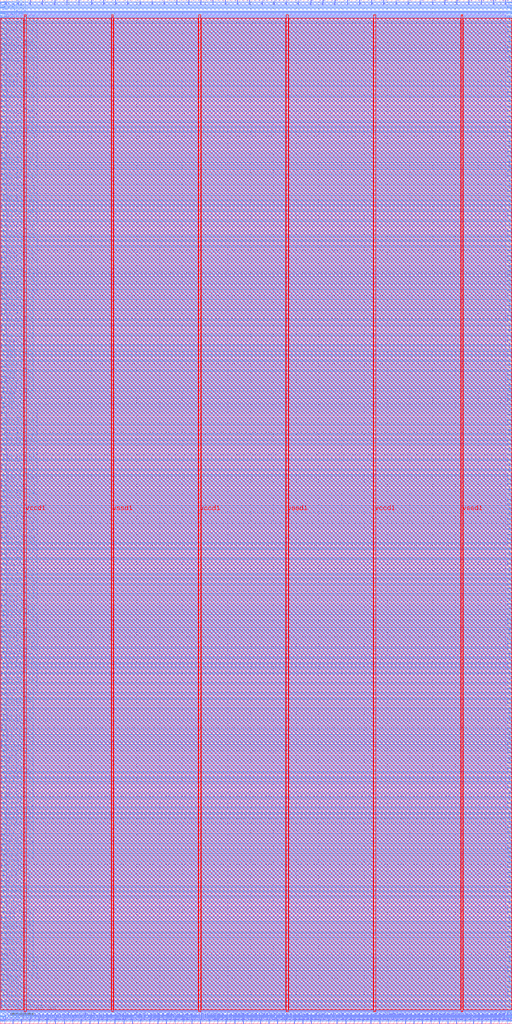
<source format=lef>
VERSION 5.7 ;
  NOWIREEXTENSIONATPIN ON ;
  DIVIDERCHAR "/" ;
  BUSBITCHARS "[]" ;
MACRO ExperiarCore
  CLASS BLOCK ;
  FOREIGN ExperiarCore ;
  ORIGIN 0.000 0.000 ;
  SIZE 450.000 BY 900.000 ;
  PIN addr0[0]
    DIRECTION OUTPUT TRISTATE ;
    USE SIGNAL ;
    PORT
      LAYER met3 ;
        RECT 0.000 56.480 4.000 57.080 ;
    END
  END addr0[0]
  PIN addr0[1]
    DIRECTION OUTPUT TRISTATE ;
    USE SIGNAL ;
    PORT
      LAYER met3 ;
        RECT 0.000 61.240 4.000 61.840 ;
    END
  END addr0[1]
  PIN addr0[2]
    DIRECTION OUTPUT TRISTATE ;
    USE SIGNAL ;
    PORT
      LAYER met3 ;
        RECT 0.000 66.000 4.000 66.600 ;
    END
  END addr0[2]
  PIN addr0[3]
    DIRECTION OUTPUT TRISTATE ;
    USE SIGNAL ;
    PORT
      LAYER met3 ;
        RECT 0.000 70.080 4.000 70.680 ;
    END
  END addr0[3]
  PIN addr0[4]
    DIRECTION OUTPUT TRISTATE ;
    USE SIGNAL ;
    PORT
      LAYER met3 ;
        RECT 0.000 74.840 4.000 75.440 ;
    END
  END addr0[4]
  PIN addr0[5]
    DIRECTION OUTPUT TRISTATE ;
    USE SIGNAL ;
    PORT
      LAYER met3 ;
        RECT 0.000 79.600 4.000 80.200 ;
    END
  END addr0[5]
  PIN addr0[6]
    DIRECTION OUTPUT TRISTATE ;
    USE SIGNAL ;
    PORT
      LAYER met3 ;
        RECT 0.000 83.680 4.000 84.280 ;
    END
  END addr0[6]
  PIN addr0[7]
    DIRECTION OUTPUT TRISTATE ;
    USE SIGNAL ;
    PORT
      LAYER met3 ;
        RECT 0.000 88.440 4.000 89.040 ;
    END
  END addr0[7]
  PIN addr0[8]
    DIRECTION OUTPUT TRISTATE ;
    USE SIGNAL ;
    PORT
      LAYER met3 ;
        RECT 0.000 93.200 4.000 93.800 ;
    END
  END addr0[8]
  PIN addr1[0]
    DIRECTION OUTPUT TRISTATE ;
    USE SIGNAL ;
    PORT
      LAYER met3 ;
        RECT 0.000 550.160 4.000 550.760 ;
    END
  END addr1[0]
  PIN addr1[1]
    DIRECTION OUTPUT TRISTATE ;
    USE SIGNAL ;
    PORT
      LAYER met3 ;
        RECT 0.000 554.920 4.000 555.520 ;
    END
  END addr1[1]
  PIN addr1[2]
    DIRECTION OUTPUT TRISTATE ;
    USE SIGNAL ;
    PORT
      LAYER met3 ;
        RECT 0.000 559.000 4.000 559.600 ;
    END
  END addr1[2]
  PIN addr1[3]
    DIRECTION OUTPUT TRISTATE ;
    USE SIGNAL ;
    PORT
      LAYER met3 ;
        RECT 0.000 563.760 4.000 564.360 ;
    END
  END addr1[3]
  PIN addr1[4]
    DIRECTION OUTPUT TRISTATE ;
    USE SIGNAL ;
    PORT
      LAYER met3 ;
        RECT 0.000 568.520 4.000 569.120 ;
    END
  END addr1[4]
  PIN addr1[5]
    DIRECTION OUTPUT TRISTATE ;
    USE SIGNAL ;
    PORT
      LAYER met3 ;
        RECT 0.000 573.280 4.000 573.880 ;
    END
  END addr1[5]
  PIN addr1[6]
    DIRECTION OUTPUT TRISTATE ;
    USE SIGNAL ;
    PORT
      LAYER met3 ;
        RECT 0.000 577.360 4.000 577.960 ;
    END
  END addr1[6]
  PIN addr1[7]
    DIRECTION OUTPUT TRISTATE ;
    USE SIGNAL ;
    PORT
      LAYER met3 ;
        RECT 0.000 582.120 4.000 582.720 ;
    END
  END addr1[7]
  PIN addr1[8]
    DIRECTION OUTPUT TRISTATE ;
    USE SIGNAL ;
    PORT
      LAYER met3 ;
        RECT 0.000 586.880 4.000 587.480 ;
    END
  END addr1[8]
  PIN clk0
    DIRECTION OUTPUT TRISTATE ;
    USE SIGNAL ;
    PORT
      LAYER met3 ;
        RECT 0.000 19.760 4.000 20.360 ;
    END
  END clk0
  PIN clk1
    DIRECTION OUTPUT TRISTATE ;
    USE SIGNAL ;
    PORT
      LAYER met3 ;
        RECT 0.000 536.560 4.000 537.160 ;
    END
  END clk1
  PIN coreIndex[0]
    DIRECTION INPUT ;
    USE SIGNAL ;
    PORT
      LAYER met2 ;
        RECT 5.150 896.000 5.430 900.000 ;
    END
  END coreIndex[0]
  PIN coreIndex[1]
    DIRECTION INPUT ;
    USE SIGNAL ;
    PORT
      LAYER met2 ;
        RECT 15.730 896.000 16.010 900.000 ;
    END
  END coreIndex[1]
  PIN coreIndex[2]
    DIRECTION INPUT ;
    USE SIGNAL ;
    PORT
      LAYER met2 ;
        RECT 26.310 896.000 26.590 900.000 ;
    END
  END coreIndex[2]
  PIN coreIndex[3]
    DIRECTION INPUT ;
    USE SIGNAL ;
    PORT
      LAYER met2 ;
        RECT 36.890 896.000 37.170 900.000 ;
    END
  END coreIndex[3]
  PIN coreIndex[4]
    DIRECTION INPUT ;
    USE SIGNAL ;
    PORT
      LAYER met2 ;
        RECT 47.930 896.000 48.210 900.000 ;
    END
  END coreIndex[4]
  PIN coreIndex[5]
    DIRECTION INPUT ;
    USE SIGNAL ;
    PORT
      LAYER met2 ;
        RECT 58.510 896.000 58.790 900.000 ;
    END
  END coreIndex[5]
  PIN coreIndex[6]
    DIRECTION INPUT ;
    USE SIGNAL ;
    PORT
      LAYER met2 ;
        RECT 69.090 896.000 69.370 900.000 ;
    END
  END coreIndex[6]
  PIN coreIndex[7]
    DIRECTION INPUT ;
    USE SIGNAL ;
    PORT
      LAYER met2 ;
        RECT 80.130 896.000 80.410 900.000 ;
    END
  END coreIndex[7]
  PIN core_wb_ack_i
    DIRECTION INPUT ;
    USE SIGNAL ;
    PORT
      LAYER met3 ;
        RECT 446.000 10.240 450.000 10.840 ;
    END
  END core_wb_ack_i
  PIN core_wb_adr_o[0]
    DIRECTION OUTPUT TRISTATE ;
    USE SIGNAL ;
    PORT
      LAYER met3 ;
        RECT 446.000 36.760 450.000 37.360 ;
    END
  END core_wb_adr_o[0]
  PIN core_wb_adr_o[10]
    DIRECTION OUTPUT TRISTATE ;
    USE SIGNAL ;
    PORT
      LAYER met3 ;
        RECT 446.000 185.000 450.000 185.600 ;
    END
  END core_wb_adr_o[10]
  PIN core_wb_adr_o[11]
    DIRECTION OUTPUT TRISTATE ;
    USE SIGNAL ;
    PORT
      LAYER met3 ;
        RECT 446.000 198.600 450.000 199.200 ;
    END
  END core_wb_adr_o[11]
  PIN core_wb_adr_o[12]
    DIRECTION OUTPUT TRISTATE ;
    USE SIGNAL ;
    PORT
      LAYER met3 ;
        RECT 446.000 211.520 450.000 212.120 ;
    END
  END core_wb_adr_o[12]
  PIN core_wb_adr_o[13]
    DIRECTION OUTPUT TRISTATE ;
    USE SIGNAL ;
    PORT
      LAYER met3 ;
        RECT 446.000 224.440 450.000 225.040 ;
    END
  END core_wb_adr_o[13]
  PIN core_wb_adr_o[14]
    DIRECTION OUTPUT TRISTATE ;
    USE SIGNAL ;
    PORT
      LAYER met3 ;
        RECT 446.000 238.040 450.000 238.640 ;
    END
  END core_wb_adr_o[14]
  PIN core_wb_adr_o[15]
    DIRECTION OUTPUT TRISTATE ;
    USE SIGNAL ;
    PORT
      LAYER met3 ;
        RECT 446.000 250.960 450.000 251.560 ;
    END
  END core_wb_adr_o[15]
  PIN core_wb_adr_o[16]
    DIRECTION OUTPUT TRISTATE ;
    USE SIGNAL ;
    PORT
      LAYER met3 ;
        RECT 446.000 263.880 450.000 264.480 ;
    END
  END core_wb_adr_o[16]
  PIN core_wb_adr_o[17]
    DIRECTION OUTPUT TRISTATE ;
    USE SIGNAL ;
    PORT
      LAYER met3 ;
        RECT 446.000 276.800 450.000 277.400 ;
    END
  END core_wb_adr_o[17]
  PIN core_wb_adr_o[18]
    DIRECTION OUTPUT TRISTATE ;
    USE SIGNAL ;
    PORT
      LAYER met3 ;
        RECT 446.000 290.400 450.000 291.000 ;
    END
  END core_wb_adr_o[18]
  PIN core_wb_adr_o[19]
    DIRECTION OUTPUT TRISTATE ;
    USE SIGNAL ;
    PORT
      LAYER met3 ;
        RECT 446.000 303.320 450.000 303.920 ;
    END
  END core_wb_adr_o[19]
  PIN core_wb_adr_o[1]
    DIRECTION OUTPUT TRISTATE ;
    USE SIGNAL ;
    PORT
      LAYER met3 ;
        RECT 446.000 54.440 450.000 55.040 ;
    END
  END core_wb_adr_o[1]
  PIN core_wb_adr_o[20]
    DIRECTION OUTPUT TRISTATE ;
    USE SIGNAL ;
    PORT
      LAYER met3 ;
        RECT 446.000 316.240 450.000 316.840 ;
    END
  END core_wb_adr_o[20]
  PIN core_wb_adr_o[21]
    DIRECTION OUTPUT TRISTATE ;
    USE SIGNAL ;
    PORT
      LAYER met3 ;
        RECT 446.000 329.840 450.000 330.440 ;
    END
  END core_wb_adr_o[21]
  PIN core_wb_adr_o[22]
    DIRECTION OUTPUT TRISTATE ;
    USE SIGNAL ;
    PORT
      LAYER met3 ;
        RECT 446.000 342.760 450.000 343.360 ;
    END
  END core_wb_adr_o[22]
  PIN core_wb_adr_o[23]
    DIRECTION OUTPUT TRISTATE ;
    USE SIGNAL ;
    PORT
      LAYER met3 ;
        RECT 446.000 355.680 450.000 356.280 ;
    END
  END core_wb_adr_o[23]
  PIN core_wb_adr_o[24]
    DIRECTION OUTPUT TRISTATE ;
    USE SIGNAL ;
    PORT
      LAYER met3 ;
        RECT 446.000 368.600 450.000 369.200 ;
    END
  END core_wb_adr_o[24]
  PIN core_wb_adr_o[25]
    DIRECTION OUTPUT TRISTATE ;
    USE SIGNAL ;
    PORT
      LAYER met3 ;
        RECT 446.000 382.200 450.000 382.800 ;
    END
  END core_wb_adr_o[25]
  PIN core_wb_adr_o[26]
    DIRECTION OUTPUT TRISTATE ;
    USE SIGNAL ;
    PORT
      LAYER met3 ;
        RECT 446.000 395.120 450.000 395.720 ;
    END
  END core_wb_adr_o[26]
  PIN core_wb_adr_o[27]
    DIRECTION OUTPUT TRISTATE ;
    USE SIGNAL ;
    PORT
      LAYER met3 ;
        RECT 446.000 408.040 450.000 408.640 ;
    END
  END core_wb_adr_o[27]
  PIN core_wb_adr_o[2]
    DIRECTION OUTPUT TRISTATE ;
    USE SIGNAL ;
    PORT
      LAYER met3 ;
        RECT 446.000 71.440 450.000 72.040 ;
    END
  END core_wb_adr_o[2]
  PIN core_wb_adr_o[3]
    DIRECTION OUTPUT TRISTATE ;
    USE SIGNAL ;
    PORT
      LAYER met3 ;
        RECT 446.000 89.120 450.000 89.720 ;
    END
  END core_wb_adr_o[3]
  PIN core_wb_adr_o[4]
    DIRECTION OUTPUT TRISTATE ;
    USE SIGNAL ;
    PORT
      LAYER met3 ;
        RECT 446.000 106.800 450.000 107.400 ;
    END
  END core_wb_adr_o[4]
  PIN core_wb_adr_o[5]
    DIRECTION OUTPUT TRISTATE ;
    USE SIGNAL ;
    PORT
      LAYER met3 ;
        RECT 446.000 119.720 450.000 120.320 ;
    END
  END core_wb_adr_o[5]
  PIN core_wb_adr_o[6]
    DIRECTION OUTPUT TRISTATE ;
    USE SIGNAL ;
    PORT
      LAYER met3 ;
        RECT 446.000 132.640 450.000 133.240 ;
    END
  END core_wb_adr_o[6]
  PIN core_wb_adr_o[7]
    DIRECTION OUTPUT TRISTATE ;
    USE SIGNAL ;
    PORT
      LAYER met3 ;
        RECT 446.000 146.240 450.000 146.840 ;
    END
  END core_wb_adr_o[7]
  PIN core_wb_adr_o[8]
    DIRECTION OUTPUT TRISTATE ;
    USE SIGNAL ;
    PORT
      LAYER met3 ;
        RECT 446.000 159.160 450.000 159.760 ;
    END
  END core_wb_adr_o[8]
  PIN core_wb_adr_o[9]
    DIRECTION OUTPUT TRISTATE ;
    USE SIGNAL ;
    PORT
      LAYER met3 ;
        RECT 446.000 172.080 450.000 172.680 ;
    END
  END core_wb_adr_o[9]
  PIN core_wb_cyc_o
    DIRECTION OUTPUT TRISTATE ;
    USE SIGNAL ;
    PORT
      LAYER met3 ;
        RECT 446.000 15.000 450.000 15.600 ;
    END
  END core_wb_cyc_o
  PIN core_wb_data_i[0]
    DIRECTION INPUT ;
    USE SIGNAL ;
    PORT
      LAYER met3 ;
        RECT 446.000 40.840 450.000 41.440 ;
    END
  END core_wb_data_i[0]
  PIN core_wb_data_i[10]
    DIRECTION INPUT ;
    USE SIGNAL ;
    PORT
      LAYER met3 ;
        RECT 446.000 189.760 450.000 190.360 ;
    END
  END core_wb_data_i[10]
  PIN core_wb_data_i[11]
    DIRECTION INPUT ;
    USE SIGNAL ;
    PORT
      LAYER met3 ;
        RECT 446.000 202.680 450.000 203.280 ;
    END
  END core_wb_data_i[11]
  PIN core_wb_data_i[12]
    DIRECTION INPUT ;
    USE SIGNAL ;
    PORT
      LAYER met3 ;
        RECT 446.000 215.600 450.000 216.200 ;
    END
  END core_wb_data_i[12]
  PIN core_wb_data_i[13]
    DIRECTION INPUT ;
    USE SIGNAL ;
    PORT
      LAYER met3 ;
        RECT 446.000 229.200 450.000 229.800 ;
    END
  END core_wb_data_i[13]
  PIN core_wb_data_i[14]
    DIRECTION INPUT ;
    USE SIGNAL ;
    PORT
      LAYER met3 ;
        RECT 446.000 242.120 450.000 242.720 ;
    END
  END core_wb_data_i[14]
  PIN core_wb_data_i[15]
    DIRECTION INPUT ;
    USE SIGNAL ;
    PORT
      LAYER met3 ;
        RECT 446.000 255.040 450.000 255.640 ;
    END
  END core_wb_data_i[15]
  PIN core_wb_data_i[16]
    DIRECTION INPUT ;
    USE SIGNAL ;
    PORT
      LAYER met3 ;
        RECT 446.000 268.640 450.000 269.240 ;
    END
  END core_wb_data_i[16]
  PIN core_wb_data_i[17]
    DIRECTION INPUT ;
    USE SIGNAL ;
    PORT
      LAYER met3 ;
        RECT 446.000 281.560 450.000 282.160 ;
    END
  END core_wb_data_i[17]
  PIN core_wb_data_i[18]
    DIRECTION INPUT ;
    USE SIGNAL ;
    PORT
      LAYER met3 ;
        RECT 446.000 294.480 450.000 295.080 ;
    END
  END core_wb_data_i[18]
  PIN core_wb_data_i[19]
    DIRECTION INPUT ;
    USE SIGNAL ;
    PORT
      LAYER met3 ;
        RECT 446.000 307.400 450.000 308.000 ;
    END
  END core_wb_data_i[19]
  PIN core_wb_data_i[1]
    DIRECTION INPUT ;
    USE SIGNAL ;
    PORT
      LAYER met3 ;
        RECT 446.000 58.520 450.000 59.120 ;
    END
  END core_wb_data_i[1]
  PIN core_wb_data_i[20]
    DIRECTION INPUT ;
    USE SIGNAL ;
    PORT
      LAYER met3 ;
        RECT 446.000 321.000 450.000 321.600 ;
    END
  END core_wb_data_i[20]
  PIN core_wb_data_i[21]
    DIRECTION INPUT ;
    USE SIGNAL ;
    PORT
      LAYER met3 ;
        RECT 446.000 333.920 450.000 334.520 ;
    END
  END core_wb_data_i[21]
  PIN core_wb_data_i[22]
    DIRECTION INPUT ;
    USE SIGNAL ;
    PORT
      LAYER met3 ;
        RECT 446.000 346.840 450.000 347.440 ;
    END
  END core_wb_data_i[22]
  PIN core_wb_data_i[23]
    DIRECTION INPUT ;
    USE SIGNAL ;
    PORT
      LAYER met3 ;
        RECT 446.000 360.440 450.000 361.040 ;
    END
  END core_wb_data_i[23]
  PIN core_wb_data_i[24]
    DIRECTION INPUT ;
    USE SIGNAL ;
    PORT
      LAYER met3 ;
        RECT 446.000 373.360 450.000 373.960 ;
    END
  END core_wb_data_i[24]
  PIN core_wb_data_i[25]
    DIRECTION INPUT ;
    USE SIGNAL ;
    PORT
      LAYER met3 ;
        RECT 446.000 386.280 450.000 386.880 ;
    END
  END core_wb_data_i[25]
  PIN core_wb_data_i[26]
    DIRECTION INPUT ;
    USE SIGNAL ;
    PORT
      LAYER met3 ;
        RECT 446.000 399.200 450.000 399.800 ;
    END
  END core_wb_data_i[26]
  PIN core_wb_data_i[27]
    DIRECTION INPUT ;
    USE SIGNAL ;
    PORT
      LAYER met3 ;
        RECT 446.000 412.800 450.000 413.400 ;
    END
  END core_wb_data_i[27]
  PIN core_wb_data_i[28]
    DIRECTION INPUT ;
    USE SIGNAL ;
    PORT
      LAYER met3 ;
        RECT 446.000 421.640 450.000 422.240 ;
    END
  END core_wb_data_i[28]
  PIN core_wb_data_i[29]
    DIRECTION INPUT ;
    USE SIGNAL ;
    PORT
      LAYER met3 ;
        RECT 446.000 429.800 450.000 430.400 ;
    END
  END core_wb_data_i[29]
  PIN core_wb_data_i[2]
    DIRECTION INPUT ;
    USE SIGNAL ;
    PORT
      LAYER met3 ;
        RECT 446.000 76.200 450.000 76.800 ;
    END
  END core_wb_data_i[2]
  PIN core_wb_data_i[30]
    DIRECTION INPUT ;
    USE SIGNAL ;
    PORT
      LAYER met3 ;
        RECT 446.000 438.640 450.000 439.240 ;
    END
  END core_wb_data_i[30]
  PIN core_wb_data_i[31]
    DIRECTION INPUT ;
    USE SIGNAL ;
    PORT
      LAYER met3 ;
        RECT 446.000 447.480 450.000 448.080 ;
    END
  END core_wb_data_i[31]
  PIN core_wb_data_i[3]
    DIRECTION INPUT ;
    USE SIGNAL ;
    PORT
      LAYER met3 ;
        RECT 446.000 93.200 450.000 93.800 ;
    END
  END core_wb_data_i[3]
  PIN core_wb_data_i[4]
    DIRECTION INPUT ;
    USE SIGNAL ;
    PORT
      LAYER met3 ;
        RECT 446.000 110.880 450.000 111.480 ;
    END
  END core_wb_data_i[4]
  PIN core_wb_data_i[5]
    DIRECTION INPUT ;
    USE SIGNAL ;
    PORT
      LAYER met3 ;
        RECT 446.000 123.800 450.000 124.400 ;
    END
  END core_wb_data_i[5]
  PIN core_wb_data_i[6]
    DIRECTION INPUT ;
    USE SIGNAL ;
    PORT
      LAYER met3 ;
        RECT 446.000 137.400 450.000 138.000 ;
    END
  END core_wb_data_i[6]
  PIN core_wb_data_i[7]
    DIRECTION INPUT ;
    USE SIGNAL ;
    PORT
      LAYER met3 ;
        RECT 446.000 150.320 450.000 150.920 ;
    END
  END core_wb_data_i[7]
  PIN core_wb_data_i[8]
    DIRECTION INPUT ;
    USE SIGNAL ;
    PORT
      LAYER met3 ;
        RECT 446.000 163.240 450.000 163.840 ;
    END
  END core_wb_data_i[8]
  PIN core_wb_data_i[9]
    DIRECTION INPUT ;
    USE SIGNAL ;
    PORT
      LAYER met3 ;
        RECT 446.000 176.840 450.000 177.440 ;
    END
  END core_wb_data_i[9]
  PIN core_wb_data_o[0]
    DIRECTION OUTPUT TRISTATE ;
    USE SIGNAL ;
    PORT
      LAYER met3 ;
        RECT 446.000 45.600 450.000 46.200 ;
    END
  END core_wb_data_o[0]
  PIN core_wb_data_o[10]
    DIRECTION OUTPUT TRISTATE ;
    USE SIGNAL ;
    PORT
      LAYER met3 ;
        RECT 446.000 193.840 450.000 194.440 ;
    END
  END core_wb_data_o[10]
  PIN core_wb_data_o[11]
    DIRECTION OUTPUT TRISTATE ;
    USE SIGNAL ;
    PORT
      LAYER met3 ;
        RECT 446.000 207.440 450.000 208.040 ;
    END
  END core_wb_data_o[11]
  PIN core_wb_data_o[12]
    DIRECTION OUTPUT TRISTATE ;
    USE SIGNAL ;
    PORT
      LAYER met3 ;
        RECT 446.000 220.360 450.000 220.960 ;
    END
  END core_wb_data_o[12]
  PIN core_wb_data_o[13]
    DIRECTION OUTPUT TRISTATE ;
    USE SIGNAL ;
    PORT
      LAYER met3 ;
        RECT 446.000 233.280 450.000 233.880 ;
    END
  END core_wb_data_o[13]
  PIN core_wb_data_o[14]
    DIRECTION OUTPUT TRISTATE ;
    USE SIGNAL ;
    PORT
      LAYER met3 ;
        RECT 446.000 246.200 450.000 246.800 ;
    END
  END core_wb_data_o[14]
  PIN core_wb_data_o[15]
    DIRECTION OUTPUT TRISTATE ;
    USE SIGNAL ;
    PORT
      LAYER met3 ;
        RECT 446.000 259.800 450.000 260.400 ;
    END
  END core_wb_data_o[15]
  PIN core_wb_data_o[16]
    DIRECTION OUTPUT TRISTATE ;
    USE SIGNAL ;
    PORT
      LAYER met3 ;
        RECT 446.000 272.720 450.000 273.320 ;
    END
  END core_wb_data_o[16]
  PIN core_wb_data_o[17]
    DIRECTION OUTPUT TRISTATE ;
    USE SIGNAL ;
    PORT
      LAYER met3 ;
        RECT 446.000 285.640 450.000 286.240 ;
    END
  END core_wb_data_o[17]
  PIN core_wb_data_o[18]
    DIRECTION OUTPUT TRISTATE ;
    USE SIGNAL ;
    PORT
      LAYER met3 ;
        RECT 446.000 299.240 450.000 299.840 ;
    END
  END core_wb_data_o[18]
  PIN core_wb_data_o[19]
    DIRECTION OUTPUT TRISTATE ;
    USE SIGNAL ;
    PORT
      LAYER met3 ;
        RECT 446.000 312.160 450.000 312.760 ;
    END
  END core_wb_data_o[19]
  PIN core_wb_data_o[1]
    DIRECTION OUTPUT TRISTATE ;
    USE SIGNAL ;
    PORT
      LAYER met3 ;
        RECT 446.000 62.600 450.000 63.200 ;
    END
  END core_wb_data_o[1]
  PIN core_wb_data_o[20]
    DIRECTION OUTPUT TRISTATE ;
    USE SIGNAL ;
    PORT
      LAYER met3 ;
        RECT 446.000 325.080 450.000 325.680 ;
    END
  END core_wb_data_o[20]
  PIN core_wb_data_o[21]
    DIRECTION OUTPUT TRISTATE ;
    USE SIGNAL ;
    PORT
      LAYER met3 ;
        RECT 446.000 338.000 450.000 338.600 ;
    END
  END core_wb_data_o[21]
  PIN core_wb_data_o[22]
    DIRECTION OUTPUT TRISTATE ;
    USE SIGNAL ;
    PORT
      LAYER met3 ;
        RECT 446.000 351.600 450.000 352.200 ;
    END
  END core_wb_data_o[22]
  PIN core_wb_data_o[23]
    DIRECTION OUTPUT TRISTATE ;
    USE SIGNAL ;
    PORT
      LAYER met3 ;
        RECT 446.000 364.520 450.000 365.120 ;
    END
  END core_wb_data_o[23]
  PIN core_wb_data_o[24]
    DIRECTION OUTPUT TRISTATE ;
    USE SIGNAL ;
    PORT
      LAYER met3 ;
        RECT 446.000 377.440 450.000 378.040 ;
    END
  END core_wb_data_o[24]
  PIN core_wb_data_o[25]
    DIRECTION OUTPUT TRISTATE ;
    USE SIGNAL ;
    PORT
      LAYER met3 ;
        RECT 446.000 391.040 450.000 391.640 ;
    END
  END core_wb_data_o[25]
  PIN core_wb_data_o[26]
    DIRECTION OUTPUT TRISTATE ;
    USE SIGNAL ;
    PORT
      LAYER met3 ;
        RECT 446.000 403.960 450.000 404.560 ;
    END
  END core_wb_data_o[26]
  PIN core_wb_data_o[27]
    DIRECTION OUTPUT TRISTATE ;
    USE SIGNAL ;
    PORT
      LAYER met3 ;
        RECT 446.000 416.880 450.000 417.480 ;
    END
  END core_wb_data_o[27]
  PIN core_wb_data_o[28]
    DIRECTION OUTPUT TRISTATE ;
    USE SIGNAL ;
    PORT
      LAYER met3 ;
        RECT 446.000 425.720 450.000 426.320 ;
    END
  END core_wb_data_o[28]
  PIN core_wb_data_o[29]
    DIRECTION OUTPUT TRISTATE ;
    USE SIGNAL ;
    PORT
      LAYER met3 ;
        RECT 446.000 434.560 450.000 435.160 ;
    END
  END core_wb_data_o[29]
  PIN core_wb_data_o[2]
    DIRECTION OUTPUT TRISTATE ;
    USE SIGNAL ;
    PORT
      LAYER met3 ;
        RECT 446.000 80.280 450.000 80.880 ;
    END
  END core_wb_data_o[2]
  PIN core_wb_data_o[30]
    DIRECTION OUTPUT TRISTATE ;
    USE SIGNAL ;
    PORT
      LAYER met3 ;
        RECT 446.000 443.400 450.000 444.000 ;
    END
  END core_wb_data_o[30]
  PIN core_wb_data_o[31]
    DIRECTION OUTPUT TRISTATE ;
    USE SIGNAL ;
    PORT
      LAYER met3 ;
        RECT 446.000 452.240 450.000 452.840 ;
    END
  END core_wb_data_o[31]
  PIN core_wb_data_o[3]
    DIRECTION OUTPUT TRISTATE ;
    USE SIGNAL ;
    PORT
      LAYER met3 ;
        RECT 446.000 97.960 450.000 98.560 ;
    END
  END core_wb_data_o[3]
  PIN core_wb_data_o[4]
    DIRECTION OUTPUT TRISTATE ;
    USE SIGNAL ;
    PORT
      LAYER met3 ;
        RECT 446.000 115.640 450.000 116.240 ;
    END
  END core_wb_data_o[4]
  PIN core_wb_data_o[5]
    DIRECTION OUTPUT TRISTATE ;
    USE SIGNAL ;
    PORT
      LAYER met3 ;
        RECT 446.000 128.560 450.000 129.160 ;
    END
  END core_wb_data_o[5]
  PIN core_wb_data_o[6]
    DIRECTION OUTPUT TRISTATE ;
    USE SIGNAL ;
    PORT
      LAYER met3 ;
        RECT 446.000 141.480 450.000 142.080 ;
    END
  END core_wb_data_o[6]
  PIN core_wb_data_o[7]
    DIRECTION OUTPUT TRISTATE ;
    USE SIGNAL ;
    PORT
      LAYER met3 ;
        RECT 446.000 154.400 450.000 155.000 ;
    END
  END core_wb_data_o[7]
  PIN core_wb_data_o[8]
    DIRECTION OUTPUT TRISTATE ;
    USE SIGNAL ;
    PORT
      LAYER met3 ;
        RECT 446.000 168.000 450.000 168.600 ;
    END
  END core_wb_data_o[8]
  PIN core_wb_data_o[9]
    DIRECTION OUTPUT TRISTATE ;
    USE SIGNAL ;
    PORT
      LAYER met3 ;
        RECT 446.000 180.920 450.000 181.520 ;
    END
  END core_wb_data_o[9]
  PIN core_wb_error_i
    DIRECTION INPUT ;
    USE SIGNAL ;
    PORT
      LAYER met3 ;
        RECT 446.000 19.080 450.000 19.680 ;
    END
  END core_wb_error_i
  PIN core_wb_sel_o[0]
    DIRECTION OUTPUT TRISTATE ;
    USE SIGNAL ;
    PORT
      LAYER met3 ;
        RECT 446.000 49.680 450.000 50.280 ;
    END
  END core_wb_sel_o[0]
  PIN core_wb_sel_o[1]
    DIRECTION OUTPUT TRISTATE ;
    USE SIGNAL ;
    PORT
      LAYER met3 ;
        RECT 446.000 67.360 450.000 67.960 ;
    END
  END core_wb_sel_o[1]
  PIN core_wb_sel_o[2]
    DIRECTION OUTPUT TRISTATE ;
    USE SIGNAL ;
    PORT
      LAYER met3 ;
        RECT 446.000 85.040 450.000 85.640 ;
    END
  END core_wb_sel_o[2]
  PIN core_wb_sel_o[3]
    DIRECTION OUTPUT TRISTATE ;
    USE SIGNAL ;
    PORT
      LAYER met3 ;
        RECT 446.000 102.040 450.000 102.640 ;
    END
  END core_wb_sel_o[3]
  PIN core_wb_stall_i
    DIRECTION INPUT ;
    USE SIGNAL ;
    PORT
      LAYER met3 ;
        RECT 446.000 23.840 450.000 24.440 ;
    END
  END core_wb_stall_i
  PIN core_wb_stb_o
    DIRECTION OUTPUT TRISTATE ;
    USE SIGNAL ;
    PORT
      LAYER met3 ;
        RECT 446.000 27.920 450.000 28.520 ;
    END
  END core_wb_stb_o
  PIN core_wb_we_o
    DIRECTION OUTPUT TRISTATE ;
    USE SIGNAL ;
    PORT
      LAYER met3 ;
        RECT 446.000 32.000 450.000 32.600 ;
    END
  END core_wb_we_o
  PIN csb0[0]
    DIRECTION OUTPUT TRISTATE ;
    USE SIGNAL ;
    PORT
      LAYER met3 ;
        RECT 0.000 24.520 4.000 25.120 ;
    END
  END csb0[0]
  PIN csb0[1]
    DIRECTION OUTPUT TRISTATE ;
    USE SIGNAL ;
    PORT
      LAYER met3 ;
        RECT 0.000 29.280 4.000 29.880 ;
    END
  END csb0[1]
  PIN csb1[0]
    DIRECTION OUTPUT TRISTATE ;
    USE SIGNAL ;
    PORT
      LAYER met3 ;
        RECT 0.000 541.320 4.000 541.920 ;
    END
  END csb1[0]
  PIN csb1[1]
    DIRECTION OUTPUT TRISTATE ;
    USE SIGNAL ;
    PORT
      LAYER met3 ;
        RECT 0.000 545.400 4.000 546.000 ;
    END
  END csb1[1]
  PIN din0[0]
    DIRECTION OUTPUT TRISTATE ;
    USE SIGNAL ;
    PORT
      LAYER met3 ;
        RECT 0.000 97.960 4.000 98.560 ;
    END
  END din0[0]
  PIN din0[10]
    DIRECTION OUTPUT TRISTATE ;
    USE SIGNAL ;
    PORT
      LAYER met3 ;
        RECT 0.000 143.520 4.000 144.120 ;
    END
  END din0[10]
  PIN din0[11]
    DIRECTION OUTPUT TRISTATE ;
    USE SIGNAL ;
    PORT
      LAYER met3 ;
        RECT 0.000 148.280 4.000 148.880 ;
    END
  END din0[11]
  PIN din0[12]
    DIRECTION OUTPUT TRISTATE ;
    USE SIGNAL ;
    PORT
      LAYER met3 ;
        RECT 0.000 152.360 4.000 152.960 ;
    END
  END din0[12]
  PIN din0[13]
    DIRECTION OUTPUT TRISTATE ;
    USE SIGNAL ;
    PORT
      LAYER met3 ;
        RECT 0.000 157.120 4.000 157.720 ;
    END
  END din0[13]
  PIN din0[14]
    DIRECTION OUTPUT TRISTATE ;
    USE SIGNAL ;
    PORT
      LAYER met3 ;
        RECT 0.000 161.880 4.000 162.480 ;
    END
  END din0[14]
  PIN din0[15]
    DIRECTION OUTPUT TRISTATE ;
    USE SIGNAL ;
    PORT
      LAYER met3 ;
        RECT 0.000 165.960 4.000 166.560 ;
    END
  END din0[15]
  PIN din0[16]
    DIRECTION OUTPUT TRISTATE ;
    USE SIGNAL ;
    PORT
      LAYER met3 ;
        RECT 0.000 170.720 4.000 171.320 ;
    END
  END din0[16]
  PIN din0[17]
    DIRECTION OUTPUT TRISTATE ;
    USE SIGNAL ;
    PORT
      LAYER met3 ;
        RECT 0.000 175.480 4.000 176.080 ;
    END
  END din0[17]
  PIN din0[18]
    DIRECTION OUTPUT TRISTATE ;
    USE SIGNAL ;
    PORT
      LAYER met3 ;
        RECT 0.000 180.240 4.000 180.840 ;
    END
  END din0[18]
  PIN din0[19]
    DIRECTION OUTPUT TRISTATE ;
    USE SIGNAL ;
    PORT
      LAYER met3 ;
        RECT 0.000 184.320 4.000 184.920 ;
    END
  END din0[19]
  PIN din0[1]
    DIRECTION OUTPUT TRISTATE ;
    USE SIGNAL ;
    PORT
      LAYER met3 ;
        RECT 0.000 102.040 4.000 102.640 ;
    END
  END din0[1]
  PIN din0[20]
    DIRECTION OUTPUT TRISTATE ;
    USE SIGNAL ;
    PORT
      LAYER met3 ;
        RECT 0.000 189.080 4.000 189.680 ;
    END
  END din0[20]
  PIN din0[21]
    DIRECTION OUTPUT TRISTATE ;
    USE SIGNAL ;
    PORT
      LAYER met3 ;
        RECT 0.000 193.840 4.000 194.440 ;
    END
  END din0[21]
  PIN din0[22]
    DIRECTION OUTPUT TRISTATE ;
    USE SIGNAL ;
    PORT
      LAYER met3 ;
        RECT 0.000 197.920 4.000 198.520 ;
    END
  END din0[22]
  PIN din0[23]
    DIRECTION OUTPUT TRISTATE ;
    USE SIGNAL ;
    PORT
      LAYER met3 ;
        RECT 0.000 202.680 4.000 203.280 ;
    END
  END din0[23]
  PIN din0[24]
    DIRECTION OUTPUT TRISTATE ;
    USE SIGNAL ;
    PORT
      LAYER met3 ;
        RECT 0.000 207.440 4.000 208.040 ;
    END
  END din0[24]
  PIN din0[25]
    DIRECTION OUTPUT TRISTATE ;
    USE SIGNAL ;
    PORT
      LAYER met3 ;
        RECT 0.000 212.200 4.000 212.800 ;
    END
  END din0[25]
  PIN din0[26]
    DIRECTION OUTPUT TRISTATE ;
    USE SIGNAL ;
    PORT
      LAYER met3 ;
        RECT 0.000 216.280 4.000 216.880 ;
    END
  END din0[26]
  PIN din0[27]
    DIRECTION OUTPUT TRISTATE ;
    USE SIGNAL ;
    PORT
      LAYER met3 ;
        RECT 0.000 221.040 4.000 221.640 ;
    END
  END din0[27]
  PIN din0[28]
    DIRECTION OUTPUT TRISTATE ;
    USE SIGNAL ;
    PORT
      LAYER met3 ;
        RECT 0.000 225.800 4.000 226.400 ;
    END
  END din0[28]
  PIN din0[29]
    DIRECTION OUTPUT TRISTATE ;
    USE SIGNAL ;
    PORT
      LAYER met3 ;
        RECT 0.000 230.560 4.000 231.160 ;
    END
  END din0[29]
  PIN din0[2]
    DIRECTION OUTPUT TRISTATE ;
    USE SIGNAL ;
    PORT
      LAYER met3 ;
        RECT 0.000 106.800 4.000 107.400 ;
    END
  END din0[2]
  PIN din0[30]
    DIRECTION OUTPUT TRISTATE ;
    USE SIGNAL ;
    PORT
      LAYER met3 ;
        RECT 0.000 234.640 4.000 235.240 ;
    END
  END din0[30]
  PIN din0[31]
    DIRECTION OUTPUT TRISTATE ;
    USE SIGNAL ;
    PORT
      LAYER met3 ;
        RECT 0.000 239.400 4.000 240.000 ;
    END
  END din0[31]
  PIN din0[3]
    DIRECTION OUTPUT TRISTATE ;
    USE SIGNAL ;
    PORT
      LAYER met3 ;
        RECT 0.000 111.560 4.000 112.160 ;
    END
  END din0[3]
  PIN din0[4]
    DIRECTION OUTPUT TRISTATE ;
    USE SIGNAL ;
    PORT
      LAYER met3 ;
        RECT 0.000 116.320 4.000 116.920 ;
    END
  END din0[4]
  PIN din0[5]
    DIRECTION OUTPUT TRISTATE ;
    USE SIGNAL ;
    PORT
      LAYER met3 ;
        RECT 0.000 120.400 4.000 121.000 ;
    END
  END din0[5]
  PIN din0[6]
    DIRECTION OUTPUT TRISTATE ;
    USE SIGNAL ;
    PORT
      LAYER met3 ;
        RECT 0.000 125.160 4.000 125.760 ;
    END
  END din0[6]
  PIN din0[7]
    DIRECTION OUTPUT TRISTATE ;
    USE SIGNAL ;
    PORT
      LAYER met3 ;
        RECT 0.000 129.920 4.000 130.520 ;
    END
  END din0[7]
  PIN din0[8]
    DIRECTION OUTPUT TRISTATE ;
    USE SIGNAL ;
    PORT
      LAYER met3 ;
        RECT 0.000 134.000 4.000 134.600 ;
    END
  END din0[8]
  PIN din0[9]
    DIRECTION OUTPUT TRISTATE ;
    USE SIGNAL ;
    PORT
      LAYER met3 ;
        RECT 0.000 138.760 4.000 139.360 ;
    END
  END din0[9]
  PIN dout0[0]
    DIRECTION INPUT ;
    USE SIGNAL ;
    PORT
      LAYER met3 ;
        RECT 0.000 244.160 4.000 244.760 ;
    END
  END dout0[0]
  PIN dout0[10]
    DIRECTION INPUT ;
    USE SIGNAL ;
    PORT
      LAYER met3 ;
        RECT 0.000 289.720 4.000 290.320 ;
    END
  END dout0[10]
  PIN dout0[11]
    DIRECTION INPUT ;
    USE SIGNAL ;
    PORT
      LAYER met3 ;
        RECT 0.000 294.480 4.000 295.080 ;
    END
  END dout0[11]
  PIN dout0[12]
    DIRECTION INPUT ;
    USE SIGNAL ;
    PORT
      LAYER met3 ;
        RECT 0.000 298.560 4.000 299.160 ;
    END
  END dout0[12]
  PIN dout0[13]
    DIRECTION INPUT ;
    USE SIGNAL ;
    PORT
      LAYER met3 ;
        RECT 0.000 303.320 4.000 303.920 ;
    END
  END dout0[13]
  PIN dout0[14]
    DIRECTION INPUT ;
    USE SIGNAL ;
    PORT
      LAYER met3 ;
        RECT 0.000 308.080 4.000 308.680 ;
    END
  END dout0[14]
  PIN dout0[15]
    DIRECTION INPUT ;
    USE SIGNAL ;
    PORT
      LAYER met3 ;
        RECT 0.000 312.840 4.000 313.440 ;
    END
  END dout0[15]
  PIN dout0[16]
    DIRECTION INPUT ;
    USE SIGNAL ;
    PORT
      LAYER met3 ;
        RECT 0.000 316.920 4.000 317.520 ;
    END
  END dout0[16]
  PIN dout0[17]
    DIRECTION INPUT ;
    USE SIGNAL ;
    PORT
      LAYER met3 ;
        RECT 0.000 321.680 4.000 322.280 ;
    END
  END dout0[17]
  PIN dout0[18]
    DIRECTION INPUT ;
    USE SIGNAL ;
    PORT
      LAYER met3 ;
        RECT 0.000 326.440 4.000 327.040 ;
    END
  END dout0[18]
  PIN dout0[19]
    DIRECTION INPUT ;
    USE SIGNAL ;
    PORT
      LAYER met3 ;
        RECT 0.000 330.520 4.000 331.120 ;
    END
  END dout0[19]
  PIN dout0[1]
    DIRECTION INPUT ;
    USE SIGNAL ;
    PORT
      LAYER met3 ;
        RECT 0.000 248.240 4.000 248.840 ;
    END
  END dout0[1]
  PIN dout0[20]
    DIRECTION INPUT ;
    USE SIGNAL ;
    PORT
      LAYER met3 ;
        RECT 0.000 335.280 4.000 335.880 ;
    END
  END dout0[20]
  PIN dout0[21]
    DIRECTION INPUT ;
    USE SIGNAL ;
    PORT
      LAYER met3 ;
        RECT 0.000 340.040 4.000 340.640 ;
    END
  END dout0[21]
  PIN dout0[22]
    DIRECTION INPUT ;
    USE SIGNAL ;
    PORT
      LAYER met3 ;
        RECT 0.000 344.800 4.000 345.400 ;
    END
  END dout0[22]
  PIN dout0[23]
    DIRECTION INPUT ;
    USE SIGNAL ;
    PORT
      LAYER met3 ;
        RECT 0.000 348.880 4.000 349.480 ;
    END
  END dout0[23]
  PIN dout0[24]
    DIRECTION INPUT ;
    USE SIGNAL ;
    PORT
      LAYER met3 ;
        RECT 0.000 353.640 4.000 354.240 ;
    END
  END dout0[24]
  PIN dout0[25]
    DIRECTION INPUT ;
    USE SIGNAL ;
    PORT
      LAYER met3 ;
        RECT 0.000 358.400 4.000 359.000 ;
    END
  END dout0[25]
  PIN dout0[26]
    DIRECTION INPUT ;
    USE SIGNAL ;
    PORT
      LAYER met3 ;
        RECT 0.000 362.480 4.000 363.080 ;
    END
  END dout0[26]
  PIN dout0[27]
    DIRECTION INPUT ;
    USE SIGNAL ;
    PORT
      LAYER met3 ;
        RECT 0.000 367.240 4.000 367.840 ;
    END
  END dout0[27]
  PIN dout0[28]
    DIRECTION INPUT ;
    USE SIGNAL ;
    PORT
      LAYER met3 ;
        RECT 0.000 372.000 4.000 372.600 ;
    END
  END dout0[28]
  PIN dout0[29]
    DIRECTION INPUT ;
    USE SIGNAL ;
    PORT
      LAYER met3 ;
        RECT 0.000 376.760 4.000 377.360 ;
    END
  END dout0[29]
  PIN dout0[2]
    DIRECTION INPUT ;
    USE SIGNAL ;
    PORT
      LAYER met3 ;
        RECT 0.000 253.000 4.000 253.600 ;
    END
  END dout0[2]
  PIN dout0[30]
    DIRECTION INPUT ;
    USE SIGNAL ;
    PORT
      LAYER met3 ;
        RECT 0.000 380.840 4.000 381.440 ;
    END
  END dout0[30]
  PIN dout0[31]
    DIRECTION INPUT ;
    USE SIGNAL ;
    PORT
      LAYER met3 ;
        RECT 0.000 385.600 4.000 386.200 ;
    END
  END dout0[31]
  PIN dout0[32]
    DIRECTION INPUT ;
    USE SIGNAL ;
    PORT
      LAYER met3 ;
        RECT 0.000 390.360 4.000 390.960 ;
    END
  END dout0[32]
  PIN dout0[33]
    DIRECTION INPUT ;
    USE SIGNAL ;
    PORT
      LAYER met3 ;
        RECT 0.000 394.440 4.000 395.040 ;
    END
  END dout0[33]
  PIN dout0[34]
    DIRECTION INPUT ;
    USE SIGNAL ;
    PORT
      LAYER met3 ;
        RECT 0.000 399.200 4.000 399.800 ;
    END
  END dout0[34]
  PIN dout0[35]
    DIRECTION INPUT ;
    USE SIGNAL ;
    PORT
      LAYER met3 ;
        RECT 0.000 403.960 4.000 404.560 ;
    END
  END dout0[35]
  PIN dout0[36]
    DIRECTION INPUT ;
    USE SIGNAL ;
    PORT
      LAYER met3 ;
        RECT 0.000 408.720 4.000 409.320 ;
    END
  END dout0[36]
  PIN dout0[37]
    DIRECTION INPUT ;
    USE SIGNAL ;
    PORT
      LAYER met3 ;
        RECT 0.000 412.800 4.000 413.400 ;
    END
  END dout0[37]
  PIN dout0[38]
    DIRECTION INPUT ;
    USE SIGNAL ;
    PORT
      LAYER met3 ;
        RECT 0.000 417.560 4.000 418.160 ;
    END
  END dout0[38]
  PIN dout0[39]
    DIRECTION INPUT ;
    USE SIGNAL ;
    PORT
      LAYER met3 ;
        RECT 0.000 422.320 4.000 422.920 ;
    END
  END dout0[39]
  PIN dout0[3]
    DIRECTION INPUT ;
    USE SIGNAL ;
    PORT
      LAYER met3 ;
        RECT 0.000 257.760 4.000 258.360 ;
    END
  END dout0[3]
  PIN dout0[40]
    DIRECTION INPUT ;
    USE SIGNAL ;
    PORT
      LAYER met3 ;
        RECT 0.000 427.080 4.000 427.680 ;
    END
  END dout0[40]
  PIN dout0[41]
    DIRECTION INPUT ;
    USE SIGNAL ;
    PORT
      LAYER met3 ;
        RECT 0.000 431.160 4.000 431.760 ;
    END
  END dout0[41]
  PIN dout0[42]
    DIRECTION INPUT ;
    USE SIGNAL ;
    PORT
      LAYER met3 ;
        RECT 0.000 435.920 4.000 436.520 ;
    END
  END dout0[42]
  PIN dout0[43]
    DIRECTION INPUT ;
    USE SIGNAL ;
    PORT
      LAYER met3 ;
        RECT 0.000 440.680 4.000 441.280 ;
    END
  END dout0[43]
  PIN dout0[44]
    DIRECTION INPUT ;
    USE SIGNAL ;
    PORT
      LAYER met3 ;
        RECT 0.000 444.760 4.000 445.360 ;
    END
  END dout0[44]
  PIN dout0[45]
    DIRECTION INPUT ;
    USE SIGNAL ;
    PORT
      LAYER met3 ;
        RECT 0.000 449.520 4.000 450.120 ;
    END
  END dout0[45]
  PIN dout0[46]
    DIRECTION INPUT ;
    USE SIGNAL ;
    PORT
      LAYER met3 ;
        RECT 0.000 454.280 4.000 454.880 ;
    END
  END dout0[46]
  PIN dout0[47]
    DIRECTION INPUT ;
    USE SIGNAL ;
    PORT
      LAYER met3 ;
        RECT 0.000 459.040 4.000 459.640 ;
    END
  END dout0[47]
  PIN dout0[48]
    DIRECTION INPUT ;
    USE SIGNAL ;
    PORT
      LAYER met3 ;
        RECT 0.000 463.120 4.000 463.720 ;
    END
  END dout0[48]
  PIN dout0[49]
    DIRECTION INPUT ;
    USE SIGNAL ;
    PORT
      LAYER met3 ;
        RECT 0.000 467.880 4.000 468.480 ;
    END
  END dout0[49]
  PIN dout0[4]
    DIRECTION INPUT ;
    USE SIGNAL ;
    PORT
      LAYER met3 ;
        RECT 0.000 262.520 4.000 263.120 ;
    END
  END dout0[4]
  PIN dout0[50]
    DIRECTION INPUT ;
    USE SIGNAL ;
    PORT
      LAYER met3 ;
        RECT 0.000 472.640 4.000 473.240 ;
    END
  END dout0[50]
  PIN dout0[51]
    DIRECTION INPUT ;
    USE SIGNAL ;
    PORT
      LAYER met3 ;
        RECT 0.000 476.720 4.000 477.320 ;
    END
  END dout0[51]
  PIN dout0[52]
    DIRECTION INPUT ;
    USE SIGNAL ;
    PORT
      LAYER met3 ;
        RECT 0.000 481.480 4.000 482.080 ;
    END
  END dout0[52]
  PIN dout0[53]
    DIRECTION INPUT ;
    USE SIGNAL ;
    PORT
      LAYER met3 ;
        RECT 0.000 486.240 4.000 486.840 ;
    END
  END dout0[53]
  PIN dout0[54]
    DIRECTION INPUT ;
    USE SIGNAL ;
    PORT
      LAYER met3 ;
        RECT 0.000 491.000 4.000 491.600 ;
    END
  END dout0[54]
  PIN dout0[55]
    DIRECTION INPUT ;
    USE SIGNAL ;
    PORT
      LAYER met3 ;
        RECT 0.000 495.080 4.000 495.680 ;
    END
  END dout0[55]
  PIN dout0[56]
    DIRECTION INPUT ;
    USE SIGNAL ;
    PORT
      LAYER met3 ;
        RECT 0.000 499.840 4.000 500.440 ;
    END
  END dout0[56]
  PIN dout0[57]
    DIRECTION INPUT ;
    USE SIGNAL ;
    PORT
      LAYER met3 ;
        RECT 0.000 504.600 4.000 505.200 ;
    END
  END dout0[57]
  PIN dout0[58]
    DIRECTION INPUT ;
    USE SIGNAL ;
    PORT
      LAYER met3 ;
        RECT 0.000 509.360 4.000 509.960 ;
    END
  END dout0[58]
  PIN dout0[59]
    DIRECTION INPUT ;
    USE SIGNAL ;
    PORT
      LAYER met3 ;
        RECT 0.000 513.440 4.000 514.040 ;
    END
  END dout0[59]
  PIN dout0[5]
    DIRECTION INPUT ;
    USE SIGNAL ;
    PORT
      LAYER met3 ;
        RECT 0.000 266.600 4.000 267.200 ;
    END
  END dout0[5]
  PIN dout0[60]
    DIRECTION INPUT ;
    USE SIGNAL ;
    PORT
      LAYER met3 ;
        RECT 0.000 518.200 4.000 518.800 ;
    END
  END dout0[60]
  PIN dout0[61]
    DIRECTION INPUT ;
    USE SIGNAL ;
    PORT
      LAYER met3 ;
        RECT 0.000 522.960 4.000 523.560 ;
    END
  END dout0[61]
  PIN dout0[62]
    DIRECTION INPUT ;
    USE SIGNAL ;
    PORT
      LAYER met3 ;
        RECT 0.000 527.040 4.000 527.640 ;
    END
  END dout0[62]
  PIN dout0[63]
    DIRECTION INPUT ;
    USE SIGNAL ;
    PORT
      LAYER met3 ;
        RECT 0.000 531.800 4.000 532.400 ;
    END
  END dout0[63]
  PIN dout0[6]
    DIRECTION INPUT ;
    USE SIGNAL ;
    PORT
      LAYER met3 ;
        RECT 0.000 271.360 4.000 271.960 ;
    END
  END dout0[6]
  PIN dout0[7]
    DIRECTION INPUT ;
    USE SIGNAL ;
    PORT
      LAYER met3 ;
        RECT 0.000 276.120 4.000 276.720 ;
    END
  END dout0[7]
  PIN dout0[8]
    DIRECTION INPUT ;
    USE SIGNAL ;
    PORT
      LAYER met3 ;
        RECT 0.000 280.200 4.000 280.800 ;
    END
  END dout0[8]
  PIN dout0[9]
    DIRECTION INPUT ;
    USE SIGNAL ;
    PORT
      LAYER met3 ;
        RECT 0.000 284.960 4.000 285.560 ;
    END
  END dout0[9]
  PIN dout1[0]
    DIRECTION INPUT ;
    USE SIGNAL ;
    PORT
      LAYER met3 ;
        RECT 0.000 590.960 4.000 591.560 ;
    END
  END dout1[0]
  PIN dout1[10]
    DIRECTION INPUT ;
    USE SIGNAL ;
    PORT
      LAYER met3 ;
        RECT 0.000 637.200 4.000 637.800 ;
    END
  END dout1[10]
  PIN dout1[11]
    DIRECTION INPUT ;
    USE SIGNAL ;
    PORT
      LAYER met3 ;
        RECT 0.000 641.280 4.000 641.880 ;
    END
  END dout1[11]
  PIN dout1[12]
    DIRECTION INPUT ;
    USE SIGNAL ;
    PORT
      LAYER met3 ;
        RECT 0.000 646.040 4.000 646.640 ;
    END
  END dout1[12]
  PIN dout1[13]
    DIRECTION INPUT ;
    USE SIGNAL ;
    PORT
      LAYER met3 ;
        RECT 0.000 650.800 4.000 651.400 ;
    END
  END dout1[13]
  PIN dout1[14]
    DIRECTION INPUT ;
    USE SIGNAL ;
    PORT
      LAYER met3 ;
        RECT 0.000 655.560 4.000 656.160 ;
    END
  END dout1[14]
  PIN dout1[15]
    DIRECTION INPUT ;
    USE SIGNAL ;
    PORT
      LAYER met3 ;
        RECT 0.000 659.640 4.000 660.240 ;
    END
  END dout1[15]
  PIN dout1[16]
    DIRECTION INPUT ;
    USE SIGNAL ;
    PORT
      LAYER met3 ;
        RECT 0.000 664.400 4.000 665.000 ;
    END
  END dout1[16]
  PIN dout1[17]
    DIRECTION INPUT ;
    USE SIGNAL ;
    PORT
      LAYER met3 ;
        RECT 0.000 669.160 4.000 669.760 ;
    END
  END dout1[17]
  PIN dout1[18]
    DIRECTION INPUT ;
    USE SIGNAL ;
    PORT
      LAYER met3 ;
        RECT 0.000 673.240 4.000 673.840 ;
    END
  END dout1[18]
  PIN dout1[19]
    DIRECTION INPUT ;
    USE SIGNAL ;
    PORT
      LAYER met3 ;
        RECT 0.000 678.000 4.000 678.600 ;
    END
  END dout1[19]
  PIN dout1[1]
    DIRECTION INPUT ;
    USE SIGNAL ;
    PORT
      LAYER met3 ;
        RECT 0.000 595.720 4.000 596.320 ;
    END
  END dout1[1]
  PIN dout1[20]
    DIRECTION INPUT ;
    USE SIGNAL ;
    PORT
      LAYER met3 ;
        RECT 0.000 682.760 4.000 683.360 ;
    END
  END dout1[20]
  PIN dout1[21]
    DIRECTION INPUT ;
    USE SIGNAL ;
    PORT
      LAYER met3 ;
        RECT 0.000 687.520 4.000 688.120 ;
    END
  END dout1[21]
  PIN dout1[22]
    DIRECTION INPUT ;
    USE SIGNAL ;
    PORT
      LAYER met3 ;
        RECT 0.000 691.600 4.000 692.200 ;
    END
  END dout1[22]
  PIN dout1[23]
    DIRECTION INPUT ;
    USE SIGNAL ;
    PORT
      LAYER met3 ;
        RECT 0.000 696.360 4.000 696.960 ;
    END
  END dout1[23]
  PIN dout1[24]
    DIRECTION INPUT ;
    USE SIGNAL ;
    PORT
      LAYER met3 ;
        RECT 0.000 701.120 4.000 701.720 ;
    END
  END dout1[24]
  PIN dout1[25]
    DIRECTION INPUT ;
    USE SIGNAL ;
    PORT
      LAYER met3 ;
        RECT 0.000 705.880 4.000 706.480 ;
    END
  END dout1[25]
  PIN dout1[26]
    DIRECTION INPUT ;
    USE SIGNAL ;
    PORT
      LAYER met3 ;
        RECT 0.000 709.960 4.000 710.560 ;
    END
  END dout1[26]
  PIN dout1[27]
    DIRECTION INPUT ;
    USE SIGNAL ;
    PORT
      LAYER met3 ;
        RECT 0.000 714.720 4.000 715.320 ;
    END
  END dout1[27]
  PIN dout1[28]
    DIRECTION INPUT ;
    USE SIGNAL ;
    PORT
      LAYER met3 ;
        RECT 0.000 719.480 4.000 720.080 ;
    END
  END dout1[28]
  PIN dout1[29]
    DIRECTION INPUT ;
    USE SIGNAL ;
    PORT
      LAYER met3 ;
        RECT 0.000 723.560 4.000 724.160 ;
    END
  END dout1[29]
  PIN dout1[2]
    DIRECTION INPUT ;
    USE SIGNAL ;
    PORT
      LAYER met3 ;
        RECT 0.000 600.480 4.000 601.080 ;
    END
  END dout1[2]
  PIN dout1[30]
    DIRECTION INPUT ;
    USE SIGNAL ;
    PORT
      LAYER met3 ;
        RECT 0.000 728.320 4.000 728.920 ;
    END
  END dout1[30]
  PIN dout1[31]
    DIRECTION INPUT ;
    USE SIGNAL ;
    PORT
      LAYER met3 ;
        RECT 0.000 733.080 4.000 733.680 ;
    END
  END dout1[31]
  PIN dout1[32]
    DIRECTION INPUT ;
    USE SIGNAL ;
    PORT
      LAYER met3 ;
        RECT 0.000 737.840 4.000 738.440 ;
    END
  END dout1[32]
  PIN dout1[33]
    DIRECTION INPUT ;
    USE SIGNAL ;
    PORT
      LAYER met3 ;
        RECT 0.000 741.920 4.000 742.520 ;
    END
  END dout1[33]
  PIN dout1[34]
    DIRECTION INPUT ;
    USE SIGNAL ;
    PORT
      LAYER met3 ;
        RECT 0.000 746.680 4.000 747.280 ;
    END
  END dout1[34]
  PIN dout1[35]
    DIRECTION INPUT ;
    USE SIGNAL ;
    PORT
      LAYER met3 ;
        RECT 0.000 751.440 4.000 752.040 ;
    END
  END dout1[35]
  PIN dout1[36]
    DIRECTION INPUT ;
    USE SIGNAL ;
    PORT
      LAYER met3 ;
        RECT 0.000 755.520 4.000 756.120 ;
    END
  END dout1[36]
  PIN dout1[37]
    DIRECTION INPUT ;
    USE SIGNAL ;
    PORT
      LAYER met3 ;
        RECT 0.000 760.280 4.000 760.880 ;
    END
  END dout1[37]
  PIN dout1[38]
    DIRECTION INPUT ;
    USE SIGNAL ;
    PORT
      LAYER met3 ;
        RECT 0.000 765.040 4.000 765.640 ;
    END
  END dout1[38]
  PIN dout1[39]
    DIRECTION INPUT ;
    USE SIGNAL ;
    PORT
      LAYER met3 ;
        RECT 0.000 769.800 4.000 770.400 ;
    END
  END dout1[39]
  PIN dout1[3]
    DIRECTION INPUT ;
    USE SIGNAL ;
    PORT
      LAYER met3 ;
        RECT 0.000 605.240 4.000 605.840 ;
    END
  END dout1[3]
  PIN dout1[40]
    DIRECTION INPUT ;
    USE SIGNAL ;
    PORT
      LAYER met3 ;
        RECT 0.000 773.880 4.000 774.480 ;
    END
  END dout1[40]
  PIN dout1[41]
    DIRECTION INPUT ;
    USE SIGNAL ;
    PORT
      LAYER met3 ;
        RECT 0.000 778.640 4.000 779.240 ;
    END
  END dout1[41]
  PIN dout1[42]
    DIRECTION INPUT ;
    USE SIGNAL ;
    PORT
      LAYER met3 ;
        RECT 0.000 783.400 4.000 784.000 ;
    END
  END dout1[42]
  PIN dout1[43]
    DIRECTION INPUT ;
    USE SIGNAL ;
    PORT
      LAYER met3 ;
        RECT 0.000 787.480 4.000 788.080 ;
    END
  END dout1[43]
  PIN dout1[44]
    DIRECTION INPUT ;
    USE SIGNAL ;
    PORT
      LAYER met3 ;
        RECT 0.000 792.240 4.000 792.840 ;
    END
  END dout1[44]
  PIN dout1[45]
    DIRECTION INPUT ;
    USE SIGNAL ;
    PORT
      LAYER met3 ;
        RECT 0.000 797.000 4.000 797.600 ;
    END
  END dout1[45]
  PIN dout1[46]
    DIRECTION INPUT ;
    USE SIGNAL ;
    PORT
      LAYER met3 ;
        RECT 0.000 801.760 4.000 802.360 ;
    END
  END dout1[46]
  PIN dout1[47]
    DIRECTION INPUT ;
    USE SIGNAL ;
    PORT
      LAYER met3 ;
        RECT 0.000 805.840 4.000 806.440 ;
    END
  END dout1[47]
  PIN dout1[48]
    DIRECTION INPUT ;
    USE SIGNAL ;
    PORT
      LAYER met3 ;
        RECT 0.000 810.600 4.000 811.200 ;
    END
  END dout1[48]
  PIN dout1[49]
    DIRECTION INPUT ;
    USE SIGNAL ;
    PORT
      LAYER met3 ;
        RECT 0.000 815.360 4.000 815.960 ;
    END
  END dout1[49]
  PIN dout1[4]
    DIRECTION INPUT ;
    USE SIGNAL ;
    PORT
      LAYER met3 ;
        RECT 0.000 609.320 4.000 609.920 ;
    END
  END dout1[4]
  PIN dout1[50]
    DIRECTION INPUT ;
    USE SIGNAL ;
    PORT
      LAYER met3 ;
        RECT 0.000 820.120 4.000 820.720 ;
    END
  END dout1[50]
  PIN dout1[51]
    DIRECTION INPUT ;
    USE SIGNAL ;
    PORT
      LAYER met3 ;
        RECT 0.000 824.200 4.000 824.800 ;
    END
  END dout1[51]
  PIN dout1[52]
    DIRECTION INPUT ;
    USE SIGNAL ;
    PORT
      LAYER met3 ;
        RECT 0.000 828.960 4.000 829.560 ;
    END
  END dout1[52]
  PIN dout1[53]
    DIRECTION INPUT ;
    USE SIGNAL ;
    PORT
      LAYER met3 ;
        RECT 0.000 833.720 4.000 834.320 ;
    END
  END dout1[53]
  PIN dout1[54]
    DIRECTION INPUT ;
    USE SIGNAL ;
    PORT
      LAYER met3 ;
        RECT 0.000 837.800 4.000 838.400 ;
    END
  END dout1[54]
  PIN dout1[55]
    DIRECTION INPUT ;
    USE SIGNAL ;
    PORT
      LAYER met3 ;
        RECT 0.000 842.560 4.000 843.160 ;
    END
  END dout1[55]
  PIN dout1[56]
    DIRECTION INPUT ;
    USE SIGNAL ;
    PORT
      LAYER met3 ;
        RECT 0.000 847.320 4.000 847.920 ;
    END
  END dout1[56]
  PIN dout1[57]
    DIRECTION INPUT ;
    USE SIGNAL ;
    PORT
      LAYER met3 ;
        RECT 0.000 852.080 4.000 852.680 ;
    END
  END dout1[57]
  PIN dout1[58]
    DIRECTION INPUT ;
    USE SIGNAL ;
    PORT
      LAYER met3 ;
        RECT 0.000 856.160 4.000 856.760 ;
    END
  END dout1[58]
  PIN dout1[59]
    DIRECTION INPUT ;
    USE SIGNAL ;
    PORT
      LAYER met3 ;
        RECT 0.000 860.920 4.000 861.520 ;
    END
  END dout1[59]
  PIN dout1[5]
    DIRECTION INPUT ;
    USE SIGNAL ;
    PORT
      LAYER met3 ;
        RECT 0.000 614.080 4.000 614.680 ;
    END
  END dout1[5]
  PIN dout1[60]
    DIRECTION INPUT ;
    USE SIGNAL ;
    PORT
      LAYER met3 ;
        RECT 0.000 865.680 4.000 866.280 ;
    END
  END dout1[60]
  PIN dout1[61]
    DIRECTION INPUT ;
    USE SIGNAL ;
    PORT
      LAYER met3 ;
        RECT 0.000 869.760 4.000 870.360 ;
    END
  END dout1[61]
  PIN dout1[62]
    DIRECTION INPUT ;
    USE SIGNAL ;
    PORT
      LAYER met3 ;
        RECT 0.000 874.520 4.000 875.120 ;
    END
  END dout1[62]
  PIN dout1[63]
    DIRECTION INPUT ;
    USE SIGNAL ;
    PORT
      LAYER met3 ;
        RECT 0.000 879.280 4.000 879.880 ;
    END
  END dout1[63]
  PIN dout1[6]
    DIRECTION INPUT ;
    USE SIGNAL ;
    PORT
      LAYER met3 ;
        RECT 0.000 618.840 4.000 619.440 ;
    END
  END dout1[6]
  PIN dout1[7]
    DIRECTION INPUT ;
    USE SIGNAL ;
    PORT
      LAYER met3 ;
        RECT 0.000 623.600 4.000 624.200 ;
    END
  END dout1[7]
  PIN dout1[8]
    DIRECTION INPUT ;
    USE SIGNAL ;
    PORT
      LAYER met3 ;
        RECT 0.000 627.680 4.000 628.280 ;
    END
  END dout1[8]
  PIN dout1[9]
    DIRECTION INPUT ;
    USE SIGNAL ;
    PORT
      LAYER met3 ;
        RECT 0.000 632.440 4.000 633.040 ;
    END
  END dout1[9]
  PIN irq[0]
    DIRECTION INPUT ;
    USE SIGNAL ;
    PORT
      LAYER met2 ;
        RECT 415.930 0.000 416.210 4.000 ;
    END
  END irq[0]
  PIN irq[10]
    DIRECTION INPUT ;
    USE SIGNAL ;
    PORT
      LAYER met3 ;
        RECT 446.000 888.800 450.000 889.400 ;
    END
  END irq[10]
  PIN irq[11]
    DIRECTION INPUT ;
    USE SIGNAL ;
    PORT
      LAYER met2 ;
        RECT 443.990 896.000 444.270 900.000 ;
    END
  END irq[11]
  PIN irq[12]
    DIRECTION INPUT ;
    USE SIGNAL ;
    PORT
      LAYER met3 ;
        RECT 446.000 893.560 450.000 894.160 ;
    END
  END irq[12]
  PIN irq[13]
    DIRECTION INPUT ;
    USE SIGNAL ;
    PORT
      LAYER met2 ;
        RECT 445.830 0.000 446.110 4.000 ;
    END
  END irq[13]
  PIN irq[14]
    DIRECTION INPUT ;
    USE SIGNAL ;
    PORT
      LAYER met3 ;
        RECT 0.000 897.640 4.000 898.240 ;
    END
  END irq[14]
  PIN irq[15]
    DIRECTION INPUT ;
    USE SIGNAL ;
    PORT
      LAYER met3 ;
        RECT 446.000 897.640 450.000 898.240 ;
    END
  END irq[15]
  PIN irq[1]
    DIRECTION INPUT ;
    USE SIGNAL ;
    PORT
      LAYER met2 ;
        RECT 423.290 0.000 423.570 4.000 ;
    END
  END irq[1]
  PIN irq[2]
    DIRECTION INPUT ;
    USE SIGNAL ;
    PORT
      LAYER met2 ;
        RECT 422.830 896.000 423.110 900.000 ;
    END
  END irq[2]
  PIN irq[3]
    DIRECTION INPUT ;
    USE SIGNAL ;
    PORT
      LAYER met3 ;
        RECT 446.000 884.720 450.000 885.320 ;
    END
  END irq[3]
  PIN irq[4]
    DIRECTION INPUT ;
    USE SIGNAL ;
    PORT
      LAYER met3 ;
        RECT 0.000 884.040 4.000 884.640 ;
    END
  END irq[4]
  PIN irq[5]
    DIRECTION INPUT ;
    USE SIGNAL ;
    PORT
      LAYER met2 ;
        RECT 433.410 896.000 433.690 900.000 ;
    END
  END irq[5]
  PIN irq[6]
    DIRECTION INPUT ;
    USE SIGNAL ;
    PORT
      LAYER met2 ;
        RECT 431.110 0.000 431.390 4.000 ;
    END
  END irq[6]
  PIN irq[7]
    DIRECTION INPUT ;
    USE SIGNAL ;
    PORT
      LAYER met2 ;
        RECT 438.470 0.000 438.750 4.000 ;
    END
  END irq[7]
  PIN irq[8]
    DIRECTION INPUT ;
    USE SIGNAL ;
    PORT
      LAYER met3 ;
        RECT 0.000 888.120 4.000 888.720 ;
    END
  END irq[8]
  PIN irq[9]
    DIRECTION INPUT ;
    USE SIGNAL ;
    PORT
      LAYER met3 ;
        RECT 0.000 892.880 4.000 893.480 ;
    END
  END irq[9]
  PIN jtag_tck
    DIRECTION INPUT ;
    USE SIGNAL ;
    PORT
      LAYER met3 ;
        RECT 0.000 2.080 4.000 2.680 ;
    END
  END jtag_tck
  PIN jtag_tdi
    DIRECTION INPUT ;
    USE SIGNAL ;
    PORT
      LAYER met3 ;
        RECT 0.000 6.160 4.000 6.760 ;
    END
  END jtag_tdi
  PIN jtag_tdo
    DIRECTION OUTPUT TRISTATE ;
    USE SIGNAL ;
    PORT
      LAYER met3 ;
        RECT 0.000 10.920 4.000 11.520 ;
    END
  END jtag_tdo
  PIN jtag_tms
    DIRECTION INPUT ;
    USE SIGNAL ;
    PORT
      LAYER met3 ;
        RECT 0.000 15.680 4.000 16.280 ;
    END
  END jtag_tms
  PIN localMemory_wb_ack_o
    DIRECTION OUTPUT TRISTATE ;
    USE SIGNAL ;
    PORT
      LAYER met3 ;
        RECT 446.000 456.320 450.000 456.920 ;
    END
  END localMemory_wb_ack_o
  PIN localMemory_wb_adr_i[0]
    DIRECTION INPUT ;
    USE SIGNAL ;
    PORT
      LAYER met3 ;
        RECT 446.000 482.160 450.000 482.760 ;
    END
  END localMemory_wb_adr_i[0]
  PIN localMemory_wb_adr_i[10]
    DIRECTION INPUT ;
    USE SIGNAL ;
    PORT
      LAYER met3 ;
        RECT 446.000 631.080 450.000 631.680 ;
    END
  END localMemory_wb_adr_i[10]
  PIN localMemory_wb_adr_i[11]
    DIRECTION INPUT ;
    USE SIGNAL ;
    PORT
      LAYER met3 ;
        RECT 446.000 644.000 450.000 644.600 ;
    END
  END localMemory_wb_adr_i[11]
  PIN localMemory_wb_adr_i[12]
    DIRECTION INPUT ;
    USE SIGNAL ;
    PORT
      LAYER met3 ;
        RECT 446.000 657.600 450.000 658.200 ;
    END
  END localMemory_wb_adr_i[12]
  PIN localMemory_wb_adr_i[13]
    DIRECTION INPUT ;
    USE SIGNAL ;
    PORT
      LAYER met3 ;
        RECT 446.000 670.520 450.000 671.120 ;
    END
  END localMemory_wb_adr_i[13]
  PIN localMemory_wb_adr_i[14]
    DIRECTION INPUT ;
    USE SIGNAL ;
    PORT
      LAYER met3 ;
        RECT 446.000 683.440 450.000 684.040 ;
    END
  END localMemory_wb_adr_i[14]
  PIN localMemory_wb_adr_i[15]
    DIRECTION INPUT ;
    USE SIGNAL ;
    PORT
      LAYER met3 ;
        RECT 446.000 696.360 450.000 696.960 ;
    END
  END localMemory_wb_adr_i[15]
  PIN localMemory_wb_adr_i[16]
    DIRECTION INPUT ;
    USE SIGNAL ;
    PORT
      LAYER met3 ;
        RECT 446.000 709.960 450.000 710.560 ;
    END
  END localMemory_wb_adr_i[16]
  PIN localMemory_wb_adr_i[17]
    DIRECTION INPUT ;
    USE SIGNAL ;
    PORT
      LAYER met3 ;
        RECT 446.000 722.880 450.000 723.480 ;
    END
  END localMemory_wb_adr_i[17]
  PIN localMemory_wb_adr_i[18]
    DIRECTION INPUT ;
    USE SIGNAL ;
    PORT
      LAYER met3 ;
        RECT 446.000 735.800 450.000 736.400 ;
    END
  END localMemory_wb_adr_i[18]
  PIN localMemory_wb_adr_i[19]
    DIRECTION INPUT ;
    USE SIGNAL ;
    PORT
      LAYER met3 ;
        RECT 446.000 749.400 450.000 750.000 ;
    END
  END localMemory_wb_adr_i[19]
  PIN localMemory_wb_adr_i[1]
    DIRECTION INPUT ;
    USE SIGNAL ;
    PORT
      LAYER met3 ;
        RECT 446.000 499.840 450.000 500.440 ;
    END
  END localMemory_wb_adr_i[1]
  PIN localMemory_wb_adr_i[20]
    DIRECTION INPUT ;
    USE SIGNAL ;
    PORT
      LAYER met3 ;
        RECT 446.000 762.320 450.000 762.920 ;
    END
  END localMemory_wb_adr_i[20]
  PIN localMemory_wb_adr_i[21]
    DIRECTION INPUT ;
    USE SIGNAL ;
    PORT
      LAYER met3 ;
        RECT 446.000 775.240 450.000 775.840 ;
    END
  END localMemory_wb_adr_i[21]
  PIN localMemory_wb_adr_i[22]
    DIRECTION INPUT ;
    USE SIGNAL ;
    PORT
      LAYER met3 ;
        RECT 446.000 788.160 450.000 788.760 ;
    END
  END localMemory_wb_adr_i[22]
  PIN localMemory_wb_adr_i[23]
    DIRECTION INPUT ;
    USE SIGNAL ;
    PORT
      LAYER met3 ;
        RECT 446.000 801.760 450.000 802.360 ;
    END
  END localMemory_wb_adr_i[23]
  PIN localMemory_wb_adr_i[2]
    DIRECTION INPUT ;
    USE SIGNAL ;
    PORT
      LAYER met3 ;
        RECT 446.000 517.520 450.000 518.120 ;
    END
  END localMemory_wb_adr_i[2]
  PIN localMemory_wb_adr_i[3]
    DIRECTION INPUT ;
    USE SIGNAL ;
    PORT
      LAYER met3 ;
        RECT 446.000 535.200 450.000 535.800 ;
    END
  END localMemory_wb_adr_i[3]
  PIN localMemory_wb_adr_i[4]
    DIRECTION INPUT ;
    USE SIGNAL ;
    PORT
      LAYER met3 ;
        RECT 446.000 552.200 450.000 552.800 ;
    END
  END localMemory_wb_adr_i[4]
  PIN localMemory_wb_adr_i[5]
    DIRECTION INPUT ;
    USE SIGNAL ;
    PORT
      LAYER met3 ;
        RECT 446.000 565.800 450.000 566.400 ;
    END
  END localMemory_wb_adr_i[5]
  PIN localMemory_wb_adr_i[6]
    DIRECTION INPUT ;
    USE SIGNAL ;
    PORT
      LAYER met3 ;
        RECT 446.000 578.720 450.000 579.320 ;
    END
  END localMemory_wb_adr_i[6]
  PIN localMemory_wb_adr_i[7]
    DIRECTION INPUT ;
    USE SIGNAL ;
    PORT
      LAYER met3 ;
        RECT 446.000 591.640 450.000 592.240 ;
    END
  END localMemory_wb_adr_i[7]
  PIN localMemory_wb_adr_i[8]
    DIRECTION INPUT ;
    USE SIGNAL ;
    PORT
      LAYER met3 ;
        RECT 446.000 604.560 450.000 605.160 ;
    END
  END localMemory_wb_adr_i[8]
  PIN localMemory_wb_adr_i[9]
    DIRECTION INPUT ;
    USE SIGNAL ;
    PORT
      LAYER met3 ;
        RECT 446.000 618.160 450.000 618.760 ;
    END
  END localMemory_wb_adr_i[9]
  PIN localMemory_wb_cyc_i
    DIRECTION INPUT ;
    USE SIGNAL ;
    PORT
      LAYER met3 ;
        RECT 446.000 460.400 450.000 461.000 ;
    END
  END localMemory_wb_cyc_i
  PIN localMemory_wb_data_i[0]
    DIRECTION INPUT ;
    USE SIGNAL ;
    PORT
      LAYER met3 ;
        RECT 446.000 486.920 450.000 487.520 ;
    END
  END localMemory_wb_data_i[0]
  PIN localMemory_wb_data_i[10]
    DIRECTION INPUT ;
    USE SIGNAL ;
    PORT
      LAYER met3 ;
        RECT 446.000 635.160 450.000 635.760 ;
    END
  END localMemory_wb_data_i[10]
  PIN localMemory_wb_data_i[11]
    DIRECTION INPUT ;
    USE SIGNAL ;
    PORT
      LAYER met3 ;
        RECT 446.000 648.760 450.000 649.360 ;
    END
  END localMemory_wb_data_i[11]
  PIN localMemory_wb_data_i[12]
    DIRECTION INPUT ;
    USE SIGNAL ;
    PORT
      LAYER met3 ;
        RECT 446.000 661.680 450.000 662.280 ;
    END
  END localMemory_wb_data_i[12]
  PIN localMemory_wb_data_i[13]
    DIRECTION INPUT ;
    USE SIGNAL ;
    PORT
      LAYER met3 ;
        RECT 446.000 674.600 450.000 675.200 ;
    END
  END localMemory_wb_data_i[13]
  PIN localMemory_wb_data_i[14]
    DIRECTION INPUT ;
    USE SIGNAL ;
    PORT
      LAYER met3 ;
        RECT 446.000 688.200 450.000 688.800 ;
    END
  END localMemory_wb_data_i[14]
  PIN localMemory_wb_data_i[15]
    DIRECTION INPUT ;
    USE SIGNAL ;
    PORT
      LAYER met3 ;
        RECT 446.000 701.120 450.000 701.720 ;
    END
  END localMemory_wb_data_i[15]
  PIN localMemory_wb_data_i[16]
    DIRECTION INPUT ;
    USE SIGNAL ;
    PORT
      LAYER met3 ;
        RECT 446.000 714.040 450.000 714.640 ;
    END
  END localMemory_wb_data_i[16]
  PIN localMemory_wb_data_i[17]
    DIRECTION INPUT ;
    USE SIGNAL ;
    PORT
      LAYER met3 ;
        RECT 446.000 726.960 450.000 727.560 ;
    END
  END localMemory_wb_data_i[17]
  PIN localMemory_wb_data_i[18]
    DIRECTION INPUT ;
    USE SIGNAL ;
    PORT
      LAYER met3 ;
        RECT 446.000 740.560 450.000 741.160 ;
    END
  END localMemory_wb_data_i[18]
  PIN localMemory_wb_data_i[19]
    DIRECTION INPUT ;
    USE SIGNAL ;
    PORT
      LAYER met3 ;
        RECT 446.000 753.480 450.000 754.080 ;
    END
  END localMemory_wb_data_i[19]
  PIN localMemory_wb_data_i[1]
    DIRECTION INPUT ;
    USE SIGNAL ;
    PORT
      LAYER met3 ;
        RECT 446.000 504.600 450.000 505.200 ;
    END
  END localMemory_wb_data_i[1]
  PIN localMemory_wb_data_i[20]
    DIRECTION INPUT ;
    USE SIGNAL ;
    PORT
      LAYER met3 ;
        RECT 446.000 766.400 450.000 767.000 ;
    END
  END localMemory_wb_data_i[20]
  PIN localMemory_wb_data_i[21]
    DIRECTION INPUT ;
    USE SIGNAL ;
    PORT
      LAYER met3 ;
        RECT 446.000 780.000 450.000 780.600 ;
    END
  END localMemory_wb_data_i[21]
  PIN localMemory_wb_data_i[22]
    DIRECTION INPUT ;
    USE SIGNAL ;
    PORT
      LAYER met3 ;
        RECT 446.000 792.920 450.000 793.520 ;
    END
  END localMemory_wb_data_i[22]
  PIN localMemory_wb_data_i[23]
    DIRECTION INPUT ;
    USE SIGNAL ;
    PORT
      LAYER met3 ;
        RECT 446.000 805.840 450.000 806.440 ;
    END
  END localMemory_wb_data_i[23]
  PIN localMemory_wb_data_i[24]
    DIRECTION INPUT ;
    USE SIGNAL ;
    PORT
      LAYER met3 ;
        RECT 446.000 814.680 450.000 815.280 ;
    END
  END localMemory_wb_data_i[24]
  PIN localMemory_wb_data_i[25]
    DIRECTION INPUT ;
    USE SIGNAL ;
    PORT
      LAYER met3 ;
        RECT 446.000 823.520 450.000 824.120 ;
    END
  END localMemory_wb_data_i[25]
  PIN localMemory_wb_data_i[26]
    DIRECTION INPUT ;
    USE SIGNAL ;
    PORT
      LAYER met3 ;
        RECT 446.000 832.360 450.000 832.960 ;
    END
  END localMemory_wb_data_i[26]
  PIN localMemory_wb_data_i[27]
    DIRECTION INPUT ;
    USE SIGNAL ;
    PORT
      LAYER met3 ;
        RECT 446.000 841.200 450.000 841.800 ;
    END
  END localMemory_wb_data_i[27]
  PIN localMemory_wb_data_i[28]
    DIRECTION INPUT ;
    USE SIGNAL ;
    PORT
      LAYER met3 ;
        RECT 446.000 849.360 450.000 849.960 ;
    END
  END localMemory_wb_data_i[28]
  PIN localMemory_wb_data_i[29]
    DIRECTION INPUT ;
    USE SIGNAL ;
    PORT
      LAYER met3 ;
        RECT 446.000 858.200 450.000 858.800 ;
    END
  END localMemory_wb_data_i[29]
  PIN localMemory_wb_data_i[2]
    DIRECTION INPUT ;
    USE SIGNAL ;
    PORT
      LAYER met3 ;
        RECT 446.000 521.600 450.000 522.200 ;
    END
  END localMemory_wb_data_i[2]
  PIN localMemory_wb_data_i[30]
    DIRECTION INPUT ;
    USE SIGNAL ;
    PORT
      LAYER met3 ;
        RECT 446.000 867.040 450.000 867.640 ;
    END
  END localMemory_wb_data_i[30]
  PIN localMemory_wb_data_i[31]
    DIRECTION INPUT ;
    USE SIGNAL ;
    PORT
      LAYER met3 ;
        RECT 446.000 875.880 450.000 876.480 ;
    END
  END localMemory_wb_data_i[31]
  PIN localMemory_wb_data_i[3]
    DIRECTION INPUT ;
    USE SIGNAL ;
    PORT
      LAYER met3 ;
        RECT 446.000 539.280 450.000 539.880 ;
    END
  END localMemory_wb_data_i[3]
  PIN localMemory_wb_data_i[4]
    DIRECTION INPUT ;
    USE SIGNAL ;
    PORT
      LAYER met3 ;
        RECT 446.000 556.960 450.000 557.560 ;
    END
  END localMemory_wb_data_i[4]
  PIN localMemory_wb_data_i[5]
    DIRECTION INPUT ;
    USE SIGNAL ;
    PORT
      LAYER met3 ;
        RECT 446.000 569.880 450.000 570.480 ;
    END
  END localMemory_wb_data_i[5]
  PIN localMemory_wb_data_i[6]
    DIRECTION INPUT ;
    USE SIGNAL ;
    PORT
      LAYER met3 ;
        RECT 446.000 582.800 450.000 583.400 ;
    END
  END localMemory_wb_data_i[6]
  PIN localMemory_wb_data_i[7]
    DIRECTION INPUT ;
    USE SIGNAL ;
    PORT
      LAYER met3 ;
        RECT 446.000 596.400 450.000 597.000 ;
    END
  END localMemory_wb_data_i[7]
  PIN localMemory_wb_data_i[8]
    DIRECTION INPUT ;
    USE SIGNAL ;
    PORT
      LAYER met3 ;
        RECT 446.000 609.320 450.000 609.920 ;
    END
  END localMemory_wb_data_i[8]
  PIN localMemory_wb_data_i[9]
    DIRECTION INPUT ;
    USE SIGNAL ;
    PORT
      LAYER met3 ;
        RECT 446.000 622.240 450.000 622.840 ;
    END
  END localMemory_wb_data_i[9]
  PIN localMemory_wb_data_o[0]
    DIRECTION OUTPUT TRISTATE ;
    USE SIGNAL ;
    PORT
      LAYER met3 ;
        RECT 446.000 491.000 450.000 491.600 ;
    END
  END localMemory_wb_data_o[0]
  PIN localMemory_wb_data_o[10]
    DIRECTION OUTPUT TRISTATE ;
    USE SIGNAL ;
    PORT
      LAYER met3 ;
        RECT 446.000 639.920 450.000 640.520 ;
    END
  END localMemory_wb_data_o[10]
  PIN localMemory_wb_data_o[11]
    DIRECTION OUTPUT TRISTATE ;
    USE SIGNAL ;
    PORT
      LAYER met3 ;
        RECT 446.000 652.840 450.000 653.440 ;
    END
  END localMemory_wb_data_o[11]
  PIN localMemory_wb_data_o[12]
    DIRECTION OUTPUT TRISTATE ;
    USE SIGNAL ;
    PORT
      LAYER met3 ;
        RECT 446.000 665.760 450.000 666.360 ;
    END
  END localMemory_wb_data_o[12]
  PIN localMemory_wb_data_o[13]
    DIRECTION OUTPUT TRISTATE ;
    USE SIGNAL ;
    PORT
      LAYER met3 ;
        RECT 446.000 679.360 450.000 679.960 ;
    END
  END localMemory_wb_data_o[13]
  PIN localMemory_wb_data_o[14]
    DIRECTION OUTPUT TRISTATE ;
    USE SIGNAL ;
    PORT
      LAYER met3 ;
        RECT 446.000 692.280 450.000 692.880 ;
    END
  END localMemory_wb_data_o[14]
  PIN localMemory_wb_data_o[15]
    DIRECTION OUTPUT TRISTATE ;
    USE SIGNAL ;
    PORT
      LAYER met3 ;
        RECT 446.000 705.200 450.000 705.800 ;
    END
  END localMemory_wb_data_o[15]
  PIN localMemory_wb_data_o[16]
    DIRECTION OUTPUT TRISTATE ;
    USE SIGNAL ;
    PORT
      LAYER met3 ;
        RECT 446.000 718.800 450.000 719.400 ;
    END
  END localMemory_wb_data_o[16]
  PIN localMemory_wb_data_o[17]
    DIRECTION OUTPUT TRISTATE ;
    USE SIGNAL ;
    PORT
      LAYER met3 ;
        RECT 446.000 731.720 450.000 732.320 ;
    END
  END localMemory_wb_data_o[17]
  PIN localMemory_wb_data_o[18]
    DIRECTION OUTPUT TRISTATE ;
    USE SIGNAL ;
    PORT
      LAYER met3 ;
        RECT 446.000 744.640 450.000 745.240 ;
    END
  END localMemory_wb_data_o[18]
  PIN localMemory_wb_data_o[19]
    DIRECTION OUTPUT TRISTATE ;
    USE SIGNAL ;
    PORT
      LAYER met3 ;
        RECT 446.000 757.560 450.000 758.160 ;
    END
  END localMemory_wb_data_o[19]
  PIN localMemory_wb_data_o[1]
    DIRECTION OUTPUT TRISTATE ;
    USE SIGNAL ;
    PORT
      LAYER met3 ;
        RECT 446.000 508.680 450.000 509.280 ;
    END
  END localMemory_wb_data_o[1]
  PIN localMemory_wb_data_o[20]
    DIRECTION OUTPUT TRISTATE ;
    USE SIGNAL ;
    PORT
      LAYER met3 ;
        RECT 446.000 771.160 450.000 771.760 ;
    END
  END localMemory_wb_data_o[20]
  PIN localMemory_wb_data_o[21]
    DIRECTION OUTPUT TRISTATE ;
    USE SIGNAL ;
    PORT
      LAYER met3 ;
        RECT 446.000 784.080 450.000 784.680 ;
    END
  END localMemory_wb_data_o[21]
  PIN localMemory_wb_data_o[22]
    DIRECTION OUTPUT TRISTATE ;
    USE SIGNAL ;
    PORT
      LAYER met3 ;
        RECT 446.000 797.000 450.000 797.600 ;
    END
  END localMemory_wb_data_o[22]
  PIN localMemory_wb_data_o[23]
    DIRECTION OUTPUT TRISTATE ;
    USE SIGNAL ;
    PORT
      LAYER met3 ;
        RECT 446.000 810.600 450.000 811.200 ;
    END
  END localMemory_wb_data_o[23]
  PIN localMemory_wb_data_o[24]
    DIRECTION OUTPUT TRISTATE ;
    USE SIGNAL ;
    PORT
      LAYER met3 ;
        RECT 446.000 818.760 450.000 819.360 ;
    END
  END localMemory_wb_data_o[24]
  PIN localMemory_wb_data_o[25]
    DIRECTION OUTPUT TRISTATE ;
    USE SIGNAL ;
    PORT
      LAYER met3 ;
        RECT 446.000 827.600 450.000 828.200 ;
    END
  END localMemory_wb_data_o[25]
  PIN localMemory_wb_data_o[26]
    DIRECTION OUTPUT TRISTATE ;
    USE SIGNAL ;
    PORT
      LAYER met3 ;
        RECT 446.000 836.440 450.000 837.040 ;
    END
  END localMemory_wb_data_o[26]
  PIN localMemory_wb_data_o[27]
    DIRECTION OUTPUT TRISTATE ;
    USE SIGNAL ;
    PORT
      LAYER met3 ;
        RECT 446.000 845.280 450.000 845.880 ;
    END
  END localMemory_wb_data_o[27]
  PIN localMemory_wb_data_o[28]
    DIRECTION OUTPUT TRISTATE ;
    USE SIGNAL ;
    PORT
      LAYER met3 ;
        RECT 446.000 854.120 450.000 854.720 ;
    END
  END localMemory_wb_data_o[28]
  PIN localMemory_wb_data_o[29]
    DIRECTION OUTPUT TRISTATE ;
    USE SIGNAL ;
    PORT
      LAYER met3 ;
        RECT 446.000 862.960 450.000 863.560 ;
    END
  END localMemory_wb_data_o[29]
  PIN localMemory_wb_data_o[2]
    DIRECTION OUTPUT TRISTATE ;
    USE SIGNAL ;
    PORT
      LAYER met3 ;
        RECT 446.000 526.360 450.000 526.960 ;
    END
  END localMemory_wb_data_o[2]
  PIN localMemory_wb_data_o[30]
    DIRECTION OUTPUT TRISTATE ;
    USE SIGNAL ;
    PORT
      LAYER met3 ;
        RECT 446.000 871.800 450.000 872.400 ;
    END
  END localMemory_wb_data_o[30]
  PIN localMemory_wb_data_o[31]
    DIRECTION OUTPUT TRISTATE ;
    USE SIGNAL ;
    PORT
      LAYER met3 ;
        RECT 446.000 879.960 450.000 880.560 ;
    END
  END localMemory_wb_data_o[31]
  PIN localMemory_wb_data_o[3]
    DIRECTION OUTPUT TRISTATE ;
    USE SIGNAL ;
    PORT
      LAYER met3 ;
        RECT 446.000 543.360 450.000 543.960 ;
    END
  END localMemory_wb_data_o[3]
  PIN localMemory_wb_data_o[4]
    DIRECTION OUTPUT TRISTATE ;
    USE SIGNAL ;
    PORT
      LAYER met3 ;
        RECT 446.000 561.040 450.000 561.640 ;
    END
  END localMemory_wb_data_o[4]
  PIN localMemory_wb_data_o[5]
    DIRECTION OUTPUT TRISTATE ;
    USE SIGNAL ;
    PORT
      LAYER met3 ;
        RECT 446.000 573.960 450.000 574.560 ;
    END
  END localMemory_wb_data_o[5]
  PIN localMemory_wb_data_o[6]
    DIRECTION OUTPUT TRISTATE ;
    USE SIGNAL ;
    PORT
      LAYER met3 ;
        RECT 446.000 587.560 450.000 588.160 ;
    END
  END localMemory_wb_data_o[6]
  PIN localMemory_wb_data_o[7]
    DIRECTION OUTPUT TRISTATE ;
    USE SIGNAL ;
    PORT
      LAYER met3 ;
        RECT 446.000 600.480 450.000 601.080 ;
    END
  END localMemory_wb_data_o[7]
  PIN localMemory_wb_data_o[8]
    DIRECTION OUTPUT TRISTATE ;
    USE SIGNAL ;
    PORT
      LAYER met3 ;
        RECT 446.000 613.400 450.000 614.000 ;
    END
  END localMemory_wb_data_o[8]
  PIN localMemory_wb_data_o[9]
    DIRECTION OUTPUT TRISTATE ;
    USE SIGNAL ;
    PORT
      LAYER met3 ;
        RECT 446.000 627.000 450.000 627.600 ;
    END
  END localMemory_wb_data_o[9]
  PIN localMemory_wb_error_o
    DIRECTION OUTPUT TRISTATE ;
    USE SIGNAL ;
    PORT
      LAYER met3 ;
        RECT 446.000 465.160 450.000 465.760 ;
    END
  END localMemory_wb_error_o
  PIN localMemory_wb_sel_i[0]
    DIRECTION INPUT ;
    USE SIGNAL ;
    PORT
      LAYER met3 ;
        RECT 446.000 495.760 450.000 496.360 ;
    END
  END localMemory_wb_sel_i[0]
  PIN localMemory_wb_sel_i[1]
    DIRECTION INPUT ;
    USE SIGNAL ;
    PORT
      LAYER met3 ;
        RECT 446.000 512.760 450.000 513.360 ;
    END
  END localMemory_wb_sel_i[1]
  PIN localMemory_wb_sel_i[2]
    DIRECTION INPUT ;
    USE SIGNAL ;
    PORT
      LAYER met3 ;
        RECT 446.000 530.440 450.000 531.040 ;
    END
  END localMemory_wb_sel_i[2]
  PIN localMemory_wb_sel_i[3]
    DIRECTION INPUT ;
    USE SIGNAL ;
    PORT
      LAYER met3 ;
        RECT 446.000 548.120 450.000 548.720 ;
    END
  END localMemory_wb_sel_i[3]
  PIN localMemory_wb_stall_o
    DIRECTION OUTPUT TRISTATE ;
    USE SIGNAL ;
    PORT
      LAYER met3 ;
        RECT 446.000 469.240 450.000 469.840 ;
    END
  END localMemory_wb_stall_o
  PIN localMemory_wb_stb_i
    DIRECTION INPUT ;
    USE SIGNAL ;
    PORT
      LAYER met3 ;
        RECT 446.000 474.000 450.000 474.600 ;
    END
  END localMemory_wb_stb_i
  PIN localMemory_wb_we_i
    DIRECTION INPUT ;
    USE SIGNAL ;
    PORT
      LAYER met3 ;
        RECT 446.000 478.080 450.000 478.680 ;
    END
  END localMemory_wb_we_i
  PIN manufacturerID[0]
    DIRECTION INPUT ;
    USE SIGNAL ;
    PORT
      LAYER met2 ;
        RECT 90.710 896.000 90.990 900.000 ;
    END
  END manufacturerID[0]
  PIN manufacturerID[10]
    DIRECTION INPUT ;
    USE SIGNAL ;
    PORT
      LAYER met2 ;
        RECT 197.890 896.000 198.170 900.000 ;
    END
  END manufacturerID[10]
  PIN manufacturerID[1]
    DIRECTION INPUT ;
    USE SIGNAL ;
    PORT
      LAYER met2 ;
        RECT 101.290 896.000 101.570 900.000 ;
    END
  END manufacturerID[1]
  PIN manufacturerID[2]
    DIRECTION INPUT ;
    USE SIGNAL ;
    PORT
      LAYER met2 ;
        RECT 111.870 896.000 112.150 900.000 ;
    END
  END manufacturerID[2]
  PIN manufacturerID[3]
    DIRECTION INPUT ;
    USE SIGNAL ;
    PORT
      LAYER met2 ;
        RECT 122.910 896.000 123.190 900.000 ;
    END
  END manufacturerID[3]
  PIN manufacturerID[4]
    DIRECTION INPUT ;
    USE SIGNAL ;
    PORT
      LAYER met2 ;
        RECT 133.490 896.000 133.770 900.000 ;
    END
  END manufacturerID[4]
  PIN manufacturerID[5]
    DIRECTION INPUT ;
    USE SIGNAL ;
    PORT
      LAYER met2 ;
        RECT 144.070 896.000 144.350 900.000 ;
    END
  END manufacturerID[5]
  PIN manufacturerID[6]
    DIRECTION INPUT ;
    USE SIGNAL ;
    PORT
      LAYER met2 ;
        RECT 155.110 896.000 155.390 900.000 ;
    END
  END manufacturerID[6]
  PIN manufacturerID[7]
    DIRECTION INPUT ;
    USE SIGNAL ;
    PORT
      LAYER met2 ;
        RECT 165.690 896.000 165.970 900.000 ;
    END
  END manufacturerID[7]
  PIN manufacturerID[8]
    DIRECTION INPUT ;
    USE SIGNAL ;
    PORT
      LAYER met2 ;
        RECT 176.270 896.000 176.550 900.000 ;
    END
  END manufacturerID[8]
  PIN manufacturerID[9]
    DIRECTION INPUT ;
    USE SIGNAL ;
    PORT
      LAYER met2 ;
        RECT 186.850 896.000 187.130 900.000 ;
    END
  END manufacturerID[9]
  PIN partID[0]
    DIRECTION INPUT ;
    USE SIGNAL ;
    PORT
      LAYER met2 ;
        RECT 208.470 896.000 208.750 900.000 ;
    END
  END partID[0]
  PIN partID[10]
    DIRECTION INPUT ;
    USE SIGNAL ;
    PORT
      LAYER met2 ;
        RECT 315.650 896.000 315.930 900.000 ;
    END
  END partID[10]
  PIN partID[11]
    DIRECTION INPUT ;
    USE SIGNAL ;
    PORT
      LAYER met2 ;
        RECT 326.230 896.000 326.510 900.000 ;
    END
  END partID[11]
  PIN partID[12]
    DIRECTION INPUT ;
    USE SIGNAL ;
    PORT
      LAYER met2 ;
        RECT 336.810 896.000 337.090 900.000 ;
    END
  END partID[12]
  PIN partID[13]
    DIRECTION INPUT ;
    USE SIGNAL ;
    PORT
      LAYER met2 ;
        RECT 347.850 896.000 348.130 900.000 ;
    END
  END partID[13]
  PIN partID[14]
    DIRECTION INPUT ;
    USE SIGNAL ;
    PORT
      LAYER met2 ;
        RECT 358.430 896.000 358.710 900.000 ;
    END
  END partID[14]
  PIN partID[15]
    DIRECTION INPUT ;
    USE SIGNAL ;
    PORT
      LAYER met2 ;
        RECT 369.010 896.000 369.290 900.000 ;
    END
  END partID[15]
  PIN partID[1]
    DIRECTION INPUT ;
    USE SIGNAL ;
    PORT
      LAYER met2 ;
        RECT 219.050 896.000 219.330 900.000 ;
    END
  END partID[1]
  PIN partID[2]
    DIRECTION INPUT ;
    USE SIGNAL ;
    PORT
      LAYER met2 ;
        RECT 230.090 896.000 230.370 900.000 ;
    END
  END partID[2]
  PIN partID[3]
    DIRECTION INPUT ;
    USE SIGNAL ;
    PORT
      LAYER met2 ;
        RECT 240.670 896.000 240.950 900.000 ;
    END
  END partID[3]
  PIN partID[4]
    DIRECTION INPUT ;
    USE SIGNAL ;
    PORT
      LAYER met2 ;
        RECT 251.250 896.000 251.530 900.000 ;
    END
  END partID[4]
  PIN partID[5]
    DIRECTION INPUT ;
    USE SIGNAL ;
    PORT
      LAYER met2 ;
        RECT 261.830 896.000 262.110 900.000 ;
    END
  END partID[5]
  PIN partID[6]
    DIRECTION INPUT ;
    USE SIGNAL ;
    PORT
      LAYER met2 ;
        RECT 272.870 896.000 273.150 900.000 ;
    END
  END partID[6]
  PIN partID[7]
    DIRECTION INPUT ;
    USE SIGNAL ;
    PORT
      LAYER met2 ;
        RECT 283.450 896.000 283.730 900.000 ;
    END
  END partID[7]
  PIN partID[8]
    DIRECTION INPUT ;
    USE SIGNAL ;
    PORT
      LAYER met2 ;
        RECT 294.030 896.000 294.310 900.000 ;
    END
  END partID[8]
  PIN partID[9]
    DIRECTION INPUT ;
    USE SIGNAL ;
    PORT
      LAYER met2 ;
        RECT 305.070 896.000 305.350 900.000 ;
    END
  END partID[9]
  PIN probe_env[0]
    DIRECTION OUTPUT TRISTATE ;
    USE SIGNAL ;
    PORT
      LAYER met2 ;
        RECT 41.030 0.000 41.310 4.000 ;
    END
  END probe_env[0]
  PIN probe_env[1]
    DIRECTION OUTPUT TRISTATE ;
    USE SIGNAL ;
    PORT
      LAYER met2 ;
        RECT 86.110 0.000 86.390 4.000 ;
    END
  END probe_env[1]
  PIN probe_errorCode[0]
    DIRECTION OUTPUT TRISTATE ;
    USE SIGNAL ;
    PORT
      LAYER met2 ;
        RECT 48.390 0.000 48.670 4.000 ;
    END
  END probe_errorCode[0]
  PIN probe_errorCode[1]
    DIRECTION OUTPUT TRISTATE ;
    USE SIGNAL ;
    PORT
      LAYER met2 ;
        RECT 93.470 0.000 93.750 4.000 ;
    END
  END probe_errorCode[1]
  PIN probe_isBranch
    DIRECTION OUTPUT TRISTATE ;
    USE SIGNAL ;
    PORT
      LAYER met2 ;
        RECT 3.770 0.000 4.050 4.000 ;
    END
  END probe_isBranch
  PIN probe_isCompressed
    DIRECTION OUTPUT TRISTATE ;
    USE SIGNAL ;
    PORT
      LAYER met2 ;
        RECT 11.130 0.000 11.410 4.000 ;
    END
  END probe_isCompressed
  PIN probe_isLoad
    DIRECTION OUTPUT TRISTATE ;
    USE SIGNAL ;
    PORT
      LAYER met2 ;
        RECT 18.490 0.000 18.770 4.000 ;
    END
  END probe_isLoad
  PIN probe_isStore
    DIRECTION OUTPUT TRISTATE ;
    USE SIGNAL ;
    PORT
      LAYER met2 ;
        RECT 25.850 0.000 26.130 4.000 ;
    END
  END probe_isStore
  PIN probe_jtagInstruction[0]
    DIRECTION OUTPUT TRISTATE ;
    USE SIGNAL ;
    PORT
      LAYER met2 ;
        RECT 56.210 0.000 56.490 4.000 ;
    END
  END probe_jtagInstruction[0]
  PIN probe_jtagInstruction[1]
    DIRECTION OUTPUT TRISTATE ;
    USE SIGNAL ;
    PORT
      LAYER met2 ;
        RECT 100.830 0.000 101.110 4.000 ;
    END
  END probe_jtagInstruction[1]
  PIN probe_jtagInstruction[2]
    DIRECTION OUTPUT TRISTATE ;
    USE SIGNAL ;
    PORT
      LAYER met2 ;
        RECT 131.190 0.000 131.470 4.000 ;
    END
  END probe_jtagInstruction[2]
  PIN probe_jtagInstruction[3]
    DIRECTION OUTPUT TRISTATE ;
    USE SIGNAL ;
    PORT
      LAYER met2 ;
        RECT 153.730 0.000 154.010 4.000 ;
    END
  END probe_jtagInstruction[3]
  PIN probe_jtagInstruction[4]
    DIRECTION OUTPUT TRISTATE ;
    USE SIGNAL ;
    PORT
      LAYER met2 ;
        RECT 175.810 0.000 176.090 4.000 ;
    END
  END probe_jtagInstruction[4]
  PIN probe_opcode[0]
    DIRECTION OUTPUT TRISTATE ;
    USE SIGNAL ;
    PORT
      LAYER met2 ;
        RECT 63.570 0.000 63.850 4.000 ;
    END
  END probe_opcode[0]
  PIN probe_opcode[1]
    DIRECTION OUTPUT TRISTATE ;
    USE SIGNAL ;
    PORT
      LAYER met2 ;
        RECT 108.650 0.000 108.930 4.000 ;
    END
  END probe_opcode[1]
  PIN probe_opcode[2]
    DIRECTION OUTPUT TRISTATE ;
    USE SIGNAL ;
    PORT
      LAYER met2 ;
        RECT 138.550 0.000 138.830 4.000 ;
    END
  END probe_opcode[2]
  PIN probe_opcode[3]
    DIRECTION OUTPUT TRISTATE ;
    USE SIGNAL ;
    PORT
      LAYER met2 ;
        RECT 161.090 0.000 161.370 4.000 ;
    END
  END probe_opcode[3]
  PIN probe_opcode[4]
    DIRECTION OUTPUT TRISTATE ;
    USE SIGNAL ;
    PORT
      LAYER met2 ;
        RECT 183.630 0.000 183.910 4.000 ;
    END
  END probe_opcode[4]
  PIN probe_opcode[5]
    DIRECTION OUTPUT TRISTATE ;
    USE SIGNAL ;
    PORT
      LAYER met2 ;
        RECT 198.350 0.000 198.630 4.000 ;
    END
  END probe_opcode[5]
  PIN probe_opcode[6]
    DIRECTION OUTPUT TRISTATE ;
    USE SIGNAL ;
    PORT
      LAYER met2 ;
        RECT 213.530 0.000 213.810 4.000 ;
    END
  END probe_opcode[6]
  PIN probe_programCounter[0]
    DIRECTION OUTPUT TRISTATE ;
    USE SIGNAL ;
    PORT
      LAYER met2 ;
        RECT 70.930 0.000 71.210 4.000 ;
    END
  END probe_programCounter[0]
  PIN probe_programCounter[10]
    DIRECTION OUTPUT TRISTATE ;
    USE SIGNAL ;
    PORT
      LAYER met2 ;
        RECT 250.790 0.000 251.070 4.000 ;
    END
  END probe_programCounter[10]
  PIN probe_programCounter[11]
    DIRECTION OUTPUT TRISTATE ;
    USE SIGNAL ;
    PORT
      LAYER met2 ;
        RECT 258.610 0.000 258.890 4.000 ;
    END
  END probe_programCounter[11]
  PIN probe_programCounter[12]
    DIRECTION OUTPUT TRISTATE ;
    USE SIGNAL ;
    PORT
      LAYER met2 ;
        RECT 265.970 0.000 266.250 4.000 ;
    END
  END probe_programCounter[12]
  PIN probe_programCounter[13]
    DIRECTION OUTPUT TRISTATE ;
    USE SIGNAL ;
    PORT
      LAYER met2 ;
        RECT 273.330 0.000 273.610 4.000 ;
    END
  END probe_programCounter[13]
  PIN probe_programCounter[14]
    DIRECTION OUTPUT TRISTATE ;
    USE SIGNAL ;
    PORT
      LAYER met2 ;
        RECT 281.150 0.000 281.430 4.000 ;
    END
  END probe_programCounter[14]
  PIN probe_programCounter[15]
    DIRECTION OUTPUT TRISTATE ;
    USE SIGNAL ;
    PORT
      LAYER met2 ;
        RECT 288.510 0.000 288.790 4.000 ;
    END
  END probe_programCounter[15]
  PIN probe_programCounter[16]
    DIRECTION OUTPUT TRISTATE ;
    USE SIGNAL ;
    PORT
      LAYER met2 ;
        RECT 295.870 0.000 296.150 4.000 ;
    END
  END probe_programCounter[16]
  PIN probe_programCounter[17]
    DIRECTION OUTPUT TRISTATE ;
    USE SIGNAL ;
    PORT
      LAYER met2 ;
        RECT 303.690 0.000 303.970 4.000 ;
    END
  END probe_programCounter[17]
  PIN probe_programCounter[18]
    DIRECTION OUTPUT TRISTATE ;
    USE SIGNAL ;
    PORT
      LAYER met2 ;
        RECT 311.050 0.000 311.330 4.000 ;
    END
  END probe_programCounter[18]
  PIN probe_programCounter[19]
    DIRECTION OUTPUT TRISTATE ;
    USE SIGNAL ;
    PORT
      LAYER met2 ;
        RECT 318.410 0.000 318.690 4.000 ;
    END
  END probe_programCounter[19]
  PIN probe_programCounter[1]
    DIRECTION OUTPUT TRISTATE ;
    USE SIGNAL ;
    PORT
      LAYER met2 ;
        RECT 116.010 0.000 116.290 4.000 ;
    END
  END probe_programCounter[1]
  PIN probe_programCounter[20]
    DIRECTION OUTPUT TRISTATE ;
    USE SIGNAL ;
    PORT
      LAYER met2 ;
        RECT 325.770 0.000 326.050 4.000 ;
    END
  END probe_programCounter[20]
  PIN probe_programCounter[21]
    DIRECTION OUTPUT TRISTATE ;
    USE SIGNAL ;
    PORT
      LAYER met2 ;
        RECT 333.590 0.000 333.870 4.000 ;
    END
  END probe_programCounter[21]
  PIN probe_programCounter[22]
    DIRECTION OUTPUT TRISTATE ;
    USE SIGNAL ;
    PORT
      LAYER met2 ;
        RECT 340.950 0.000 341.230 4.000 ;
    END
  END probe_programCounter[22]
  PIN probe_programCounter[23]
    DIRECTION OUTPUT TRISTATE ;
    USE SIGNAL ;
    PORT
      LAYER met2 ;
        RECT 348.310 0.000 348.590 4.000 ;
    END
  END probe_programCounter[23]
  PIN probe_programCounter[24]
    DIRECTION OUTPUT TRISTATE ;
    USE SIGNAL ;
    PORT
      LAYER met2 ;
        RECT 356.130 0.000 356.410 4.000 ;
    END
  END probe_programCounter[24]
  PIN probe_programCounter[25]
    DIRECTION OUTPUT TRISTATE ;
    USE SIGNAL ;
    PORT
      LAYER met2 ;
        RECT 363.490 0.000 363.770 4.000 ;
    END
  END probe_programCounter[25]
  PIN probe_programCounter[26]
    DIRECTION OUTPUT TRISTATE ;
    USE SIGNAL ;
    PORT
      LAYER met2 ;
        RECT 370.850 0.000 371.130 4.000 ;
    END
  END probe_programCounter[26]
  PIN probe_programCounter[27]
    DIRECTION OUTPUT TRISTATE ;
    USE SIGNAL ;
    PORT
      LAYER met2 ;
        RECT 378.670 0.000 378.950 4.000 ;
    END
  END probe_programCounter[27]
  PIN probe_programCounter[28]
    DIRECTION OUTPUT TRISTATE ;
    USE SIGNAL ;
    PORT
      LAYER met2 ;
        RECT 386.030 0.000 386.310 4.000 ;
    END
  END probe_programCounter[28]
  PIN probe_programCounter[29]
    DIRECTION OUTPUT TRISTATE ;
    USE SIGNAL ;
    PORT
      LAYER met2 ;
        RECT 393.390 0.000 393.670 4.000 ;
    END
  END probe_programCounter[29]
  PIN probe_programCounter[2]
    DIRECTION OUTPUT TRISTATE ;
    USE SIGNAL ;
    PORT
      LAYER met2 ;
        RECT 145.910 0.000 146.190 4.000 ;
    END
  END probe_programCounter[2]
  PIN probe_programCounter[30]
    DIRECTION OUTPUT TRISTATE ;
    USE SIGNAL ;
    PORT
      LAYER met2 ;
        RECT 400.750 0.000 401.030 4.000 ;
    END
  END probe_programCounter[30]
  PIN probe_programCounter[31]
    DIRECTION OUTPUT TRISTATE ;
    USE SIGNAL ;
    PORT
      LAYER met2 ;
        RECT 408.570 0.000 408.850 4.000 ;
    END
  END probe_programCounter[31]
  PIN probe_programCounter[3]
    DIRECTION OUTPUT TRISTATE ;
    USE SIGNAL ;
    PORT
      LAYER met2 ;
        RECT 168.450 0.000 168.730 4.000 ;
    END
  END probe_programCounter[3]
  PIN probe_programCounter[4]
    DIRECTION OUTPUT TRISTATE ;
    USE SIGNAL ;
    PORT
      LAYER met2 ;
        RECT 190.990 0.000 191.270 4.000 ;
    END
  END probe_programCounter[4]
  PIN probe_programCounter[5]
    DIRECTION OUTPUT TRISTATE ;
    USE SIGNAL ;
    PORT
      LAYER met2 ;
        RECT 206.170 0.000 206.450 4.000 ;
    END
  END probe_programCounter[5]
  PIN probe_programCounter[6]
    DIRECTION OUTPUT TRISTATE ;
    USE SIGNAL ;
    PORT
      LAYER met2 ;
        RECT 220.890 0.000 221.170 4.000 ;
    END
  END probe_programCounter[6]
  PIN probe_programCounter[7]
    DIRECTION OUTPUT TRISTATE ;
    USE SIGNAL ;
    PORT
      LAYER met2 ;
        RECT 228.710 0.000 228.990 4.000 ;
    END
  END probe_programCounter[7]
  PIN probe_programCounter[8]
    DIRECTION OUTPUT TRISTATE ;
    USE SIGNAL ;
    PORT
      LAYER met2 ;
        RECT 236.070 0.000 236.350 4.000 ;
    END
  END probe_programCounter[8]
  PIN probe_programCounter[9]
    DIRECTION OUTPUT TRISTATE ;
    USE SIGNAL ;
    PORT
      LAYER met2 ;
        RECT 243.430 0.000 243.710 4.000 ;
    END
  END probe_programCounter[9]
  PIN probe_state[0]
    DIRECTION OUTPUT TRISTATE ;
    USE SIGNAL ;
    PORT
      LAYER met2 ;
        RECT 78.750 0.000 79.030 4.000 ;
    END
  END probe_state[0]
  PIN probe_state[1]
    DIRECTION OUTPUT TRISTATE ;
    USE SIGNAL ;
    PORT
      LAYER met2 ;
        RECT 123.370 0.000 123.650 4.000 ;
    END
  END probe_state[1]
  PIN probe_takeBranch
    DIRECTION OUTPUT TRISTATE ;
    USE SIGNAL ;
    PORT
      LAYER met2 ;
        RECT 33.670 0.000 33.950 4.000 ;
    END
  END probe_takeBranch
  PIN vccd1
    DIRECTION INPUT ;
    USE POWER ;
    PORT
      LAYER met4 ;
        RECT 21.040 10.640 22.640 886.960 ;
    END
    PORT
      LAYER met4 ;
        RECT 174.640 10.640 176.240 886.960 ;
    END
    PORT
      LAYER met4 ;
        RECT 328.240 10.640 329.840 886.960 ;
    END
  END vccd1
  PIN versionID[0]
    DIRECTION INPUT ;
    USE SIGNAL ;
    PORT
      LAYER met2 ;
        RECT 380.050 896.000 380.330 900.000 ;
    END
  END versionID[0]
  PIN versionID[1]
    DIRECTION INPUT ;
    USE SIGNAL ;
    PORT
      LAYER met2 ;
        RECT 390.630 896.000 390.910 900.000 ;
    END
  END versionID[1]
  PIN versionID[2]
    DIRECTION INPUT ;
    USE SIGNAL ;
    PORT
      LAYER met2 ;
        RECT 401.210 896.000 401.490 900.000 ;
    END
  END versionID[2]
  PIN versionID[3]
    DIRECTION INPUT ;
    USE SIGNAL ;
    PORT
      LAYER met2 ;
        RECT 411.790 896.000 412.070 900.000 ;
    END
  END versionID[3]
  PIN vssd1
    DIRECTION INPUT ;
    USE GROUND ;
    PORT
      LAYER met4 ;
        RECT 97.840 10.640 99.440 886.960 ;
    END
    PORT
      LAYER met4 ;
        RECT 251.440 10.640 253.040 886.960 ;
    END
    PORT
      LAYER met4 ;
        RECT 405.040 10.640 406.640 886.960 ;
    END
  END vssd1
  PIN wb_clk_i
    DIRECTION INPUT ;
    USE SIGNAL ;
    PORT
      LAYER met3 ;
        RECT 446.000 2.080 450.000 2.680 ;
    END
  END wb_clk_i
  PIN wb_rst_i
    DIRECTION INPUT ;
    USE SIGNAL ;
    PORT
      LAYER met3 ;
        RECT 446.000 6.160 450.000 6.760 ;
    END
  END wb_rst_i
  PIN web0
    DIRECTION OUTPUT TRISTATE ;
    USE SIGNAL ;
    PORT
      LAYER met3 ;
        RECT 0.000 34.040 4.000 34.640 ;
    END
  END web0
  PIN wmask0[0]
    DIRECTION OUTPUT TRISTATE ;
    USE SIGNAL ;
    PORT
      LAYER met3 ;
        RECT 0.000 38.120 4.000 38.720 ;
    END
  END wmask0[0]
  PIN wmask0[1]
    DIRECTION OUTPUT TRISTATE ;
    USE SIGNAL ;
    PORT
      LAYER met3 ;
        RECT 0.000 42.880 4.000 43.480 ;
    END
  END wmask0[1]
  PIN wmask0[2]
    DIRECTION OUTPUT TRISTATE ;
    USE SIGNAL ;
    PORT
      LAYER met3 ;
        RECT 0.000 47.640 4.000 48.240 ;
    END
  END wmask0[2]
  PIN wmask0[3]
    DIRECTION OUTPUT TRISTATE ;
    USE SIGNAL ;
    PORT
      LAYER met3 ;
        RECT 0.000 51.720 4.000 52.320 ;
    END
  END wmask0[3]
  OBS
      LAYER li1 ;
        RECT 5.520 10.795 444.360 886.805 ;
      LAYER met1 ;
        RECT 0.070 3.440 449.810 889.400 ;
      LAYER met2 ;
        RECT 0.090 895.720 4.870 898.125 ;
        RECT 5.710 895.720 15.450 898.125 ;
        RECT 16.290 895.720 26.030 898.125 ;
        RECT 26.870 895.720 36.610 898.125 ;
        RECT 37.450 895.720 47.650 898.125 ;
        RECT 48.490 895.720 58.230 898.125 ;
        RECT 59.070 895.720 68.810 898.125 ;
        RECT 69.650 895.720 79.850 898.125 ;
        RECT 80.690 895.720 90.430 898.125 ;
        RECT 91.270 895.720 101.010 898.125 ;
        RECT 101.850 895.720 111.590 898.125 ;
        RECT 112.430 895.720 122.630 898.125 ;
        RECT 123.470 895.720 133.210 898.125 ;
        RECT 134.050 895.720 143.790 898.125 ;
        RECT 144.630 895.720 154.830 898.125 ;
        RECT 155.670 895.720 165.410 898.125 ;
        RECT 166.250 895.720 175.990 898.125 ;
        RECT 176.830 895.720 186.570 898.125 ;
        RECT 187.410 895.720 197.610 898.125 ;
        RECT 198.450 895.720 208.190 898.125 ;
        RECT 209.030 895.720 218.770 898.125 ;
        RECT 219.610 895.720 229.810 898.125 ;
        RECT 230.650 895.720 240.390 898.125 ;
        RECT 241.230 895.720 250.970 898.125 ;
        RECT 251.810 895.720 261.550 898.125 ;
        RECT 262.390 895.720 272.590 898.125 ;
        RECT 273.430 895.720 283.170 898.125 ;
        RECT 284.010 895.720 293.750 898.125 ;
        RECT 294.590 895.720 304.790 898.125 ;
        RECT 305.630 895.720 315.370 898.125 ;
        RECT 316.210 895.720 325.950 898.125 ;
        RECT 326.790 895.720 336.530 898.125 ;
        RECT 337.370 895.720 347.570 898.125 ;
        RECT 348.410 895.720 358.150 898.125 ;
        RECT 358.990 895.720 368.730 898.125 ;
        RECT 369.570 895.720 379.770 898.125 ;
        RECT 380.610 895.720 390.350 898.125 ;
        RECT 391.190 895.720 400.930 898.125 ;
        RECT 401.770 895.720 411.510 898.125 ;
        RECT 412.350 895.720 422.550 898.125 ;
        RECT 423.390 895.720 433.130 898.125 ;
        RECT 433.970 895.720 443.710 898.125 ;
        RECT 444.550 895.720 449.790 898.125 ;
        RECT 0.090 4.280 449.790 895.720 ;
        RECT 0.090 2.195 3.490 4.280 ;
        RECT 4.330 2.195 10.850 4.280 ;
        RECT 11.690 2.195 18.210 4.280 ;
        RECT 19.050 2.195 25.570 4.280 ;
        RECT 26.410 2.195 33.390 4.280 ;
        RECT 34.230 2.195 40.750 4.280 ;
        RECT 41.590 2.195 48.110 4.280 ;
        RECT 48.950 2.195 55.930 4.280 ;
        RECT 56.770 2.195 63.290 4.280 ;
        RECT 64.130 2.195 70.650 4.280 ;
        RECT 71.490 2.195 78.470 4.280 ;
        RECT 79.310 2.195 85.830 4.280 ;
        RECT 86.670 2.195 93.190 4.280 ;
        RECT 94.030 2.195 100.550 4.280 ;
        RECT 101.390 2.195 108.370 4.280 ;
        RECT 109.210 2.195 115.730 4.280 ;
        RECT 116.570 2.195 123.090 4.280 ;
        RECT 123.930 2.195 130.910 4.280 ;
        RECT 131.750 2.195 138.270 4.280 ;
        RECT 139.110 2.195 145.630 4.280 ;
        RECT 146.470 2.195 153.450 4.280 ;
        RECT 154.290 2.195 160.810 4.280 ;
        RECT 161.650 2.195 168.170 4.280 ;
        RECT 169.010 2.195 175.530 4.280 ;
        RECT 176.370 2.195 183.350 4.280 ;
        RECT 184.190 2.195 190.710 4.280 ;
        RECT 191.550 2.195 198.070 4.280 ;
        RECT 198.910 2.195 205.890 4.280 ;
        RECT 206.730 2.195 213.250 4.280 ;
        RECT 214.090 2.195 220.610 4.280 ;
        RECT 221.450 2.195 228.430 4.280 ;
        RECT 229.270 2.195 235.790 4.280 ;
        RECT 236.630 2.195 243.150 4.280 ;
        RECT 243.990 2.195 250.510 4.280 ;
        RECT 251.350 2.195 258.330 4.280 ;
        RECT 259.170 2.195 265.690 4.280 ;
        RECT 266.530 2.195 273.050 4.280 ;
        RECT 273.890 2.195 280.870 4.280 ;
        RECT 281.710 2.195 288.230 4.280 ;
        RECT 289.070 2.195 295.590 4.280 ;
        RECT 296.430 2.195 303.410 4.280 ;
        RECT 304.250 2.195 310.770 4.280 ;
        RECT 311.610 2.195 318.130 4.280 ;
        RECT 318.970 2.195 325.490 4.280 ;
        RECT 326.330 2.195 333.310 4.280 ;
        RECT 334.150 2.195 340.670 4.280 ;
        RECT 341.510 2.195 348.030 4.280 ;
        RECT 348.870 2.195 355.850 4.280 ;
        RECT 356.690 2.195 363.210 4.280 ;
        RECT 364.050 2.195 370.570 4.280 ;
        RECT 371.410 2.195 378.390 4.280 ;
        RECT 379.230 2.195 385.750 4.280 ;
        RECT 386.590 2.195 393.110 4.280 ;
        RECT 393.950 2.195 400.470 4.280 ;
        RECT 401.310 2.195 408.290 4.280 ;
        RECT 409.130 2.195 415.650 4.280 ;
        RECT 416.490 2.195 423.010 4.280 ;
        RECT 423.850 2.195 430.830 4.280 ;
        RECT 431.670 2.195 438.190 4.280 ;
        RECT 439.030 2.195 445.550 4.280 ;
        RECT 446.390 2.195 449.790 4.280 ;
      LAYER met3 ;
        RECT 4.400 897.240 445.600 898.105 ;
        RECT 0.065 894.560 449.815 897.240 ;
        RECT 0.065 893.880 445.600 894.560 ;
        RECT 4.400 893.160 445.600 893.880 ;
        RECT 4.400 892.480 449.815 893.160 ;
        RECT 0.065 889.800 449.815 892.480 ;
        RECT 0.065 889.120 445.600 889.800 ;
        RECT 4.400 888.400 445.600 889.120 ;
        RECT 4.400 887.720 449.815 888.400 ;
        RECT 0.065 885.720 449.815 887.720 ;
        RECT 0.065 885.040 445.600 885.720 ;
        RECT 4.400 884.320 445.600 885.040 ;
        RECT 4.400 883.640 449.815 884.320 ;
        RECT 0.065 880.960 449.815 883.640 ;
        RECT 0.065 880.280 445.600 880.960 ;
        RECT 4.400 879.560 445.600 880.280 ;
        RECT 4.400 878.880 449.815 879.560 ;
        RECT 0.065 876.880 449.815 878.880 ;
        RECT 0.065 875.520 445.600 876.880 ;
        RECT 4.400 875.480 445.600 875.520 ;
        RECT 4.400 874.120 449.815 875.480 ;
        RECT 0.065 872.800 449.815 874.120 ;
        RECT 0.065 871.400 445.600 872.800 ;
        RECT 0.065 870.760 449.815 871.400 ;
        RECT 4.400 869.360 449.815 870.760 ;
        RECT 0.065 868.040 449.815 869.360 ;
        RECT 0.065 866.680 445.600 868.040 ;
        RECT 4.400 866.640 445.600 866.680 ;
        RECT 4.400 865.280 449.815 866.640 ;
        RECT 0.065 863.960 449.815 865.280 ;
        RECT 0.065 862.560 445.600 863.960 ;
        RECT 0.065 861.920 449.815 862.560 ;
        RECT 4.400 860.520 449.815 861.920 ;
        RECT 0.065 859.200 449.815 860.520 ;
        RECT 0.065 857.800 445.600 859.200 ;
        RECT 0.065 857.160 449.815 857.800 ;
        RECT 4.400 855.760 449.815 857.160 ;
        RECT 0.065 855.120 449.815 855.760 ;
        RECT 0.065 853.720 445.600 855.120 ;
        RECT 0.065 853.080 449.815 853.720 ;
        RECT 4.400 851.680 449.815 853.080 ;
        RECT 0.065 850.360 449.815 851.680 ;
        RECT 0.065 848.960 445.600 850.360 ;
        RECT 0.065 848.320 449.815 848.960 ;
        RECT 4.400 846.920 449.815 848.320 ;
        RECT 0.065 846.280 449.815 846.920 ;
        RECT 0.065 844.880 445.600 846.280 ;
        RECT 0.065 843.560 449.815 844.880 ;
        RECT 4.400 842.200 449.815 843.560 ;
        RECT 4.400 842.160 445.600 842.200 ;
        RECT 0.065 840.800 445.600 842.160 ;
        RECT 0.065 838.800 449.815 840.800 ;
        RECT 4.400 837.440 449.815 838.800 ;
        RECT 4.400 837.400 445.600 837.440 ;
        RECT 0.065 836.040 445.600 837.400 ;
        RECT 0.065 834.720 449.815 836.040 ;
        RECT 4.400 833.360 449.815 834.720 ;
        RECT 4.400 833.320 445.600 833.360 ;
        RECT 0.065 831.960 445.600 833.320 ;
        RECT 0.065 829.960 449.815 831.960 ;
        RECT 4.400 828.600 449.815 829.960 ;
        RECT 4.400 828.560 445.600 828.600 ;
        RECT 0.065 827.200 445.600 828.560 ;
        RECT 0.065 825.200 449.815 827.200 ;
        RECT 4.400 824.520 449.815 825.200 ;
        RECT 4.400 823.800 445.600 824.520 ;
        RECT 0.065 823.120 445.600 823.800 ;
        RECT 0.065 821.120 449.815 823.120 ;
        RECT 4.400 819.760 449.815 821.120 ;
        RECT 4.400 819.720 445.600 819.760 ;
        RECT 0.065 818.360 445.600 819.720 ;
        RECT 0.065 816.360 449.815 818.360 ;
        RECT 4.400 815.680 449.815 816.360 ;
        RECT 4.400 814.960 445.600 815.680 ;
        RECT 0.065 814.280 445.600 814.960 ;
        RECT 0.065 811.600 449.815 814.280 ;
        RECT 4.400 810.200 445.600 811.600 ;
        RECT 0.065 806.840 449.815 810.200 ;
        RECT 4.400 805.440 445.600 806.840 ;
        RECT 0.065 802.760 449.815 805.440 ;
        RECT 4.400 801.360 445.600 802.760 ;
        RECT 0.065 798.000 449.815 801.360 ;
        RECT 4.400 796.600 445.600 798.000 ;
        RECT 0.065 793.920 449.815 796.600 ;
        RECT 0.065 793.240 445.600 793.920 ;
        RECT 4.400 792.520 445.600 793.240 ;
        RECT 4.400 791.840 449.815 792.520 ;
        RECT 0.065 789.160 449.815 791.840 ;
        RECT 0.065 788.480 445.600 789.160 ;
        RECT 4.400 787.760 445.600 788.480 ;
        RECT 4.400 787.080 449.815 787.760 ;
        RECT 0.065 785.080 449.815 787.080 ;
        RECT 0.065 784.400 445.600 785.080 ;
        RECT 4.400 783.680 445.600 784.400 ;
        RECT 4.400 783.000 449.815 783.680 ;
        RECT 0.065 781.000 449.815 783.000 ;
        RECT 0.065 779.640 445.600 781.000 ;
        RECT 4.400 779.600 445.600 779.640 ;
        RECT 4.400 778.240 449.815 779.600 ;
        RECT 0.065 776.240 449.815 778.240 ;
        RECT 0.065 774.880 445.600 776.240 ;
        RECT 4.400 774.840 445.600 774.880 ;
        RECT 4.400 773.480 449.815 774.840 ;
        RECT 0.065 772.160 449.815 773.480 ;
        RECT 0.065 770.800 445.600 772.160 ;
        RECT 4.400 770.760 445.600 770.800 ;
        RECT 4.400 769.400 449.815 770.760 ;
        RECT 0.065 767.400 449.815 769.400 ;
        RECT 0.065 766.040 445.600 767.400 ;
        RECT 4.400 766.000 445.600 766.040 ;
        RECT 4.400 764.640 449.815 766.000 ;
        RECT 0.065 763.320 449.815 764.640 ;
        RECT 0.065 761.920 445.600 763.320 ;
        RECT 0.065 761.280 449.815 761.920 ;
        RECT 4.400 759.880 449.815 761.280 ;
        RECT 0.065 758.560 449.815 759.880 ;
        RECT 0.065 757.160 445.600 758.560 ;
        RECT 0.065 756.520 449.815 757.160 ;
        RECT 4.400 755.120 449.815 756.520 ;
        RECT 0.065 754.480 449.815 755.120 ;
        RECT 0.065 753.080 445.600 754.480 ;
        RECT 0.065 752.440 449.815 753.080 ;
        RECT 4.400 751.040 449.815 752.440 ;
        RECT 0.065 750.400 449.815 751.040 ;
        RECT 0.065 749.000 445.600 750.400 ;
        RECT 0.065 747.680 449.815 749.000 ;
        RECT 4.400 746.280 449.815 747.680 ;
        RECT 0.065 745.640 449.815 746.280 ;
        RECT 0.065 744.240 445.600 745.640 ;
        RECT 0.065 742.920 449.815 744.240 ;
        RECT 4.400 741.560 449.815 742.920 ;
        RECT 4.400 741.520 445.600 741.560 ;
        RECT 0.065 740.160 445.600 741.520 ;
        RECT 0.065 738.840 449.815 740.160 ;
        RECT 4.400 737.440 449.815 738.840 ;
        RECT 0.065 736.800 449.815 737.440 ;
        RECT 0.065 735.400 445.600 736.800 ;
        RECT 0.065 734.080 449.815 735.400 ;
        RECT 4.400 732.720 449.815 734.080 ;
        RECT 4.400 732.680 445.600 732.720 ;
        RECT 0.065 731.320 445.600 732.680 ;
        RECT 0.065 729.320 449.815 731.320 ;
        RECT 4.400 727.960 449.815 729.320 ;
        RECT 4.400 727.920 445.600 727.960 ;
        RECT 0.065 726.560 445.600 727.920 ;
        RECT 0.065 724.560 449.815 726.560 ;
        RECT 4.400 723.880 449.815 724.560 ;
        RECT 4.400 723.160 445.600 723.880 ;
        RECT 0.065 722.480 445.600 723.160 ;
        RECT 0.065 720.480 449.815 722.480 ;
        RECT 4.400 719.800 449.815 720.480 ;
        RECT 4.400 719.080 445.600 719.800 ;
        RECT 0.065 718.400 445.600 719.080 ;
        RECT 0.065 715.720 449.815 718.400 ;
        RECT 4.400 715.040 449.815 715.720 ;
        RECT 4.400 714.320 445.600 715.040 ;
        RECT 0.065 713.640 445.600 714.320 ;
        RECT 0.065 710.960 449.815 713.640 ;
        RECT 4.400 709.560 445.600 710.960 ;
        RECT 0.065 706.880 449.815 709.560 ;
        RECT 4.400 706.200 449.815 706.880 ;
        RECT 4.400 705.480 445.600 706.200 ;
        RECT 0.065 704.800 445.600 705.480 ;
        RECT 0.065 702.120 449.815 704.800 ;
        RECT 4.400 700.720 445.600 702.120 ;
        RECT 0.065 697.360 449.815 700.720 ;
        RECT 4.400 695.960 445.600 697.360 ;
        RECT 0.065 693.280 449.815 695.960 ;
        RECT 0.065 692.600 445.600 693.280 ;
        RECT 4.400 691.880 445.600 692.600 ;
        RECT 4.400 691.200 449.815 691.880 ;
        RECT 0.065 689.200 449.815 691.200 ;
        RECT 0.065 688.520 445.600 689.200 ;
        RECT 4.400 687.800 445.600 688.520 ;
        RECT 4.400 687.120 449.815 687.800 ;
        RECT 0.065 684.440 449.815 687.120 ;
        RECT 0.065 683.760 445.600 684.440 ;
        RECT 4.400 683.040 445.600 683.760 ;
        RECT 4.400 682.360 449.815 683.040 ;
        RECT 0.065 680.360 449.815 682.360 ;
        RECT 0.065 679.000 445.600 680.360 ;
        RECT 4.400 678.960 445.600 679.000 ;
        RECT 4.400 677.600 449.815 678.960 ;
        RECT 0.065 675.600 449.815 677.600 ;
        RECT 0.065 674.240 445.600 675.600 ;
        RECT 4.400 674.200 445.600 674.240 ;
        RECT 4.400 672.840 449.815 674.200 ;
        RECT 0.065 671.520 449.815 672.840 ;
        RECT 0.065 670.160 445.600 671.520 ;
        RECT 4.400 670.120 445.600 670.160 ;
        RECT 4.400 668.760 449.815 670.120 ;
        RECT 0.065 666.760 449.815 668.760 ;
        RECT 0.065 665.400 445.600 666.760 ;
        RECT 4.400 665.360 445.600 665.400 ;
        RECT 4.400 664.000 449.815 665.360 ;
        RECT 0.065 662.680 449.815 664.000 ;
        RECT 0.065 661.280 445.600 662.680 ;
        RECT 0.065 660.640 449.815 661.280 ;
        RECT 4.400 659.240 449.815 660.640 ;
        RECT 0.065 658.600 449.815 659.240 ;
        RECT 0.065 657.200 445.600 658.600 ;
        RECT 0.065 656.560 449.815 657.200 ;
        RECT 4.400 655.160 449.815 656.560 ;
        RECT 0.065 653.840 449.815 655.160 ;
        RECT 0.065 652.440 445.600 653.840 ;
        RECT 0.065 651.800 449.815 652.440 ;
        RECT 4.400 650.400 449.815 651.800 ;
        RECT 0.065 649.760 449.815 650.400 ;
        RECT 0.065 648.360 445.600 649.760 ;
        RECT 0.065 647.040 449.815 648.360 ;
        RECT 4.400 645.640 449.815 647.040 ;
        RECT 0.065 645.000 449.815 645.640 ;
        RECT 0.065 643.600 445.600 645.000 ;
        RECT 0.065 642.280 449.815 643.600 ;
        RECT 4.400 640.920 449.815 642.280 ;
        RECT 4.400 640.880 445.600 640.920 ;
        RECT 0.065 639.520 445.600 640.880 ;
        RECT 0.065 638.200 449.815 639.520 ;
        RECT 4.400 636.800 449.815 638.200 ;
        RECT 0.065 636.160 449.815 636.800 ;
        RECT 0.065 634.760 445.600 636.160 ;
        RECT 0.065 633.440 449.815 634.760 ;
        RECT 4.400 632.080 449.815 633.440 ;
        RECT 4.400 632.040 445.600 632.080 ;
        RECT 0.065 630.680 445.600 632.040 ;
        RECT 0.065 628.680 449.815 630.680 ;
        RECT 4.400 628.000 449.815 628.680 ;
        RECT 4.400 627.280 445.600 628.000 ;
        RECT 0.065 626.600 445.600 627.280 ;
        RECT 0.065 624.600 449.815 626.600 ;
        RECT 4.400 623.240 449.815 624.600 ;
        RECT 4.400 623.200 445.600 623.240 ;
        RECT 0.065 621.840 445.600 623.200 ;
        RECT 0.065 619.840 449.815 621.840 ;
        RECT 4.400 619.160 449.815 619.840 ;
        RECT 4.400 618.440 445.600 619.160 ;
        RECT 0.065 617.760 445.600 618.440 ;
        RECT 0.065 615.080 449.815 617.760 ;
        RECT 4.400 614.400 449.815 615.080 ;
        RECT 4.400 613.680 445.600 614.400 ;
        RECT 0.065 613.000 445.600 613.680 ;
        RECT 0.065 610.320 449.815 613.000 ;
        RECT 4.400 608.920 445.600 610.320 ;
        RECT 0.065 606.240 449.815 608.920 ;
        RECT 4.400 605.560 449.815 606.240 ;
        RECT 4.400 604.840 445.600 605.560 ;
        RECT 0.065 604.160 445.600 604.840 ;
        RECT 0.065 601.480 449.815 604.160 ;
        RECT 4.400 600.080 445.600 601.480 ;
        RECT 0.065 597.400 449.815 600.080 ;
        RECT 0.065 596.720 445.600 597.400 ;
        RECT 4.400 596.000 445.600 596.720 ;
        RECT 4.400 595.320 449.815 596.000 ;
        RECT 0.065 592.640 449.815 595.320 ;
        RECT 0.065 591.960 445.600 592.640 ;
        RECT 4.400 591.240 445.600 591.960 ;
        RECT 4.400 590.560 449.815 591.240 ;
        RECT 0.065 588.560 449.815 590.560 ;
        RECT 0.065 587.880 445.600 588.560 ;
        RECT 4.400 587.160 445.600 587.880 ;
        RECT 4.400 586.480 449.815 587.160 ;
        RECT 0.065 583.800 449.815 586.480 ;
        RECT 0.065 583.120 445.600 583.800 ;
        RECT 4.400 582.400 445.600 583.120 ;
        RECT 4.400 581.720 449.815 582.400 ;
        RECT 0.065 579.720 449.815 581.720 ;
        RECT 0.065 578.360 445.600 579.720 ;
        RECT 4.400 578.320 445.600 578.360 ;
        RECT 4.400 576.960 449.815 578.320 ;
        RECT 0.065 574.960 449.815 576.960 ;
        RECT 0.065 574.280 445.600 574.960 ;
        RECT 4.400 573.560 445.600 574.280 ;
        RECT 4.400 572.880 449.815 573.560 ;
        RECT 0.065 570.880 449.815 572.880 ;
        RECT 0.065 569.520 445.600 570.880 ;
        RECT 4.400 569.480 445.600 569.520 ;
        RECT 4.400 568.120 449.815 569.480 ;
        RECT 0.065 566.800 449.815 568.120 ;
        RECT 0.065 565.400 445.600 566.800 ;
        RECT 0.065 564.760 449.815 565.400 ;
        RECT 4.400 563.360 449.815 564.760 ;
        RECT 0.065 562.040 449.815 563.360 ;
        RECT 0.065 560.640 445.600 562.040 ;
        RECT 0.065 560.000 449.815 560.640 ;
        RECT 4.400 558.600 449.815 560.000 ;
        RECT 0.065 557.960 449.815 558.600 ;
        RECT 0.065 556.560 445.600 557.960 ;
        RECT 0.065 555.920 449.815 556.560 ;
        RECT 4.400 554.520 449.815 555.920 ;
        RECT 0.065 553.200 449.815 554.520 ;
        RECT 0.065 551.800 445.600 553.200 ;
        RECT 0.065 551.160 449.815 551.800 ;
        RECT 4.400 549.760 449.815 551.160 ;
        RECT 0.065 549.120 449.815 549.760 ;
        RECT 0.065 547.720 445.600 549.120 ;
        RECT 0.065 546.400 449.815 547.720 ;
        RECT 4.400 545.000 449.815 546.400 ;
        RECT 0.065 544.360 449.815 545.000 ;
        RECT 0.065 542.960 445.600 544.360 ;
        RECT 0.065 542.320 449.815 542.960 ;
        RECT 4.400 540.920 449.815 542.320 ;
        RECT 0.065 540.280 449.815 540.920 ;
        RECT 0.065 538.880 445.600 540.280 ;
        RECT 0.065 537.560 449.815 538.880 ;
        RECT 4.400 536.200 449.815 537.560 ;
        RECT 4.400 536.160 445.600 536.200 ;
        RECT 0.065 534.800 445.600 536.160 ;
        RECT 0.065 532.800 449.815 534.800 ;
        RECT 4.400 531.440 449.815 532.800 ;
        RECT 4.400 531.400 445.600 531.440 ;
        RECT 0.065 530.040 445.600 531.400 ;
        RECT 0.065 528.040 449.815 530.040 ;
        RECT 4.400 527.360 449.815 528.040 ;
        RECT 4.400 526.640 445.600 527.360 ;
        RECT 0.065 525.960 445.600 526.640 ;
        RECT 0.065 523.960 449.815 525.960 ;
        RECT 4.400 522.600 449.815 523.960 ;
        RECT 4.400 522.560 445.600 522.600 ;
        RECT 0.065 521.200 445.600 522.560 ;
        RECT 0.065 519.200 449.815 521.200 ;
        RECT 4.400 518.520 449.815 519.200 ;
        RECT 4.400 517.800 445.600 518.520 ;
        RECT 0.065 517.120 445.600 517.800 ;
        RECT 0.065 514.440 449.815 517.120 ;
        RECT 4.400 513.760 449.815 514.440 ;
        RECT 4.400 513.040 445.600 513.760 ;
        RECT 0.065 512.360 445.600 513.040 ;
        RECT 0.065 510.360 449.815 512.360 ;
        RECT 4.400 509.680 449.815 510.360 ;
        RECT 4.400 508.960 445.600 509.680 ;
        RECT 0.065 508.280 445.600 508.960 ;
        RECT 0.065 505.600 449.815 508.280 ;
        RECT 4.400 504.200 445.600 505.600 ;
        RECT 0.065 500.840 449.815 504.200 ;
        RECT 4.400 499.440 445.600 500.840 ;
        RECT 0.065 496.760 449.815 499.440 ;
        RECT 0.065 496.080 445.600 496.760 ;
        RECT 4.400 495.360 445.600 496.080 ;
        RECT 4.400 494.680 449.815 495.360 ;
        RECT 0.065 492.000 449.815 494.680 ;
        RECT 4.400 490.600 445.600 492.000 ;
        RECT 0.065 487.920 449.815 490.600 ;
        RECT 0.065 487.240 445.600 487.920 ;
        RECT 4.400 486.520 445.600 487.240 ;
        RECT 4.400 485.840 449.815 486.520 ;
        RECT 0.065 483.160 449.815 485.840 ;
        RECT 0.065 482.480 445.600 483.160 ;
        RECT 4.400 481.760 445.600 482.480 ;
        RECT 4.400 481.080 449.815 481.760 ;
        RECT 0.065 479.080 449.815 481.080 ;
        RECT 0.065 477.720 445.600 479.080 ;
        RECT 4.400 477.680 445.600 477.720 ;
        RECT 4.400 476.320 449.815 477.680 ;
        RECT 0.065 475.000 449.815 476.320 ;
        RECT 0.065 473.640 445.600 475.000 ;
        RECT 4.400 473.600 445.600 473.640 ;
        RECT 4.400 472.240 449.815 473.600 ;
        RECT 0.065 470.240 449.815 472.240 ;
        RECT 0.065 468.880 445.600 470.240 ;
        RECT 4.400 468.840 445.600 468.880 ;
        RECT 4.400 467.480 449.815 468.840 ;
        RECT 0.065 466.160 449.815 467.480 ;
        RECT 0.065 464.760 445.600 466.160 ;
        RECT 0.065 464.120 449.815 464.760 ;
        RECT 4.400 462.720 449.815 464.120 ;
        RECT 0.065 461.400 449.815 462.720 ;
        RECT 0.065 460.040 445.600 461.400 ;
        RECT 4.400 460.000 445.600 460.040 ;
        RECT 4.400 458.640 449.815 460.000 ;
        RECT 0.065 457.320 449.815 458.640 ;
        RECT 0.065 455.920 445.600 457.320 ;
        RECT 0.065 455.280 449.815 455.920 ;
        RECT 4.400 453.880 449.815 455.280 ;
        RECT 0.065 453.240 449.815 453.880 ;
        RECT 0.065 451.840 445.600 453.240 ;
        RECT 0.065 450.520 449.815 451.840 ;
        RECT 4.400 449.120 449.815 450.520 ;
        RECT 0.065 448.480 449.815 449.120 ;
        RECT 0.065 447.080 445.600 448.480 ;
        RECT 0.065 445.760 449.815 447.080 ;
        RECT 4.400 444.400 449.815 445.760 ;
        RECT 4.400 444.360 445.600 444.400 ;
        RECT 0.065 443.000 445.600 444.360 ;
        RECT 0.065 441.680 449.815 443.000 ;
        RECT 4.400 440.280 449.815 441.680 ;
        RECT 0.065 439.640 449.815 440.280 ;
        RECT 0.065 438.240 445.600 439.640 ;
        RECT 0.065 436.920 449.815 438.240 ;
        RECT 4.400 435.560 449.815 436.920 ;
        RECT 4.400 435.520 445.600 435.560 ;
        RECT 0.065 434.160 445.600 435.520 ;
        RECT 0.065 432.160 449.815 434.160 ;
        RECT 4.400 430.800 449.815 432.160 ;
        RECT 4.400 430.760 445.600 430.800 ;
        RECT 0.065 429.400 445.600 430.760 ;
        RECT 0.065 428.080 449.815 429.400 ;
        RECT 4.400 426.720 449.815 428.080 ;
        RECT 4.400 426.680 445.600 426.720 ;
        RECT 0.065 425.320 445.600 426.680 ;
        RECT 0.065 423.320 449.815 425.320 ;
        RECT 4.400 422.640 449.815 423.320 ;
        RECT 4.400 421.920 445.600 422.640 ;
        RECT 0.065 421.240 445.600 421.920 ;
        RECT 0.065 418.560 449.815 421.240 ;
        RECT 4.400 417.880 449.815 418.560 ;
        RECT 4.400 417.160 445.600 417.880 ;
        RECT 0.065 416.480 445.600 417.160 ;
        RECT 0.065 413.800 449.815 416.480 ;
        RECT 4.400 412.400 445.600 413.800 ;
        RECT 0.065 409.720 449.815 412.400 ;
        RECT 4.400 409.040 449.815 409.720 ;
        RECT 4.400 408.320 445.600 409.040 ;
        RECT 0.065 407.640 445.600 408.320 ;
        RECT 0.065 404.960 449.815 407.640 ;
        RECT 4.400 403.560 445.600 404.960 ;
        RECT 0.065 400.200 449.815 403.560 ;
        RECT 4.400 398.800 445.600 400.200 ;
        RECT 0.065 396.120 449.815 398.800 ;
        RECT 0.065 395.440 445.600 396.120 ;
        RECT 4.400 394.720 445.600 395.440 ;
        RECT 4.400 394.040 449.815 394.720 ;
        RECT 0.065 392.040 449.815 394.040 ;
        RECT 0.065 391.360 445.600 392.040 ;
        RECT 4.400 390.640 445.600 391.360 ;
        RECT 4.400 389.960 449.815 390.640 ;
        RECT 0.065 387.280 449.815 389.960 ;
        RECT 0.065 386.600 445.600 387.280 ;
        RECT 4.400 385.880 445.600 386.600 ;
        RECT 4.400 385.200 449.815 385.880 ;
        RECT 0.065 383.200 449.815 385.200 ;
        RECT 0.065 381.840 445.600 383.200 ;
        RECT 4.400 381.800 445.600 381.840 ;
        RECT 4.400 380.440 449.815 381.800 ;
        RECT 0.065 378.440 449.815 380.440 ;
        RECT 0.065 377.760 445.600 378.440 ;
        RECT 4.400 377.040 445.600 377.760 ;
        RECT 4.400 376.360 449.815 377.040 ;
        RECT 0.065 374.360 449.815 376.360 ;
        RECT 0.065 373.000 445.600 374.360 ;
        RECT 4.400 372.960 445.600 373.000 ;
        RECT 4.400 371.600 449.815 372.960 ;
        RECT 0.065 369.600 449.815 371.600 ;
        RECT 0.065 368.240 445.600 369.600 ;
        RECT 4.400 368.200 445.600 368.240 ;
        RECT 4.400 366.840 449.815 368.200 ;
        RECT 0.065 365.520 449.815 366.840 ;
        RECT 0.065 364.120 445.600 365.520 ;
        RECT 0.065 363.480 449.815 364.120 ;
        RECT 4.400 362.080 449.815 363.480 ;
        RECT 0.065 361.440 449.815 362.080 ;
        RECT 0.065 360.040 445.600 361.440 ;
        RECT 0.065 359.400 449.815 360.040 ;
        RECT 4.400 358.000 449.815 359.400 ;
        RECT 0.065 356.680 449.815 358.000 ;
        RECT 0.065 355.280 445.600 356.680 ;
        RECT 0.065 354.640 449.815 355.280 ;
        RECT 4.400 353.240 449.815 354.640 ;
        RECT 0.065 352.600 449.815 353.240 ;
        RECT 0.065 351.200 445.600 352.600 ;
        RECT 0.065 349.880 449.815 351.200 ;
        RECT 4.400 348.480 449.815 349.880 ;
        RECT 0.065 347.840 449.815 348.480 ;
        RECT 0.065 346.440 445.600 347.840 ;
        RECT 0.065 345.800 449.815 346.440 ;
        RECT 4.400 344.400 449.815 345.800 ;
        RECT 0.065 343.760 449.815 344.400 ;
        RECT 0.065 342.360 445.600 343.760 ;
        RECT 0.065 341.040 449.815 342.360 ;
        RECT 4.400 339.640 449.815 341.040 ;
        RECT 0.065 339.000 449.815 339.640 ;
        RECT 0.065 337.600 445.600 339.000 ;
        RECT 0.065 336.280 449.815 337.600 ;
        RECT 4.400 334.920 449.815 336.280 ;
        RECT 4.400 334.880 445.600 334.920 ;
        RECT 0.065 333.520 445.600 334.880 ;
        RECT 0.065 331.520 449.815 333.520 ;
        RECT 4.400 330.840 449.815 331.520 ;
        RECT 4.400 330.120 445.600 330.840 ;
        RECT 0.065 329.440 445.600 330.120 ;
        RECT 0.065 327.440 449.815 329.440 ;
        RECT 4.400 326.080 449.815 327.440 ;
        RECT 4.400 326.040 445.600 326.080 ;
        RECT 0.065 324.680 445.600 326.040 ;
        RECT 0.065 322.680 449.815 324.680 ;
        RECT 4.400 322.000 449.815 322.680 ;
        RECT 4.400 321.280 445.600 322.000 ;
        RECT 0.065 320.600 445.600 321.280 ;
        RECT 0.065 317.920 449.815 320.600 ;
        RECT 4.400 317.240 449.815 317.920 ;
        RECT 4.400 316.520 445.600 317.240 ;
        RECT 0.065 315.840 445.600 316.520 ;
        RECT 0.065 313.840 449.815 315.840 ;
        RECT 4.400 313.160 449.815 313.840 ;
        RECT 4.400 312.440 445.600 313.160 ;
        RECT 0.065 311.760 445.600 312.440 ;
        RECT 0.065 309.080 449.815 311.760 ;
        RECT 4.400 308.400 449.815 309.080 ;
        RECT 4.400 307.680 445.600 308.400 ;
        RECT 0.065 307.000 445.600 307.680 ;
        RECT 0.065 304.320 449.815 307.000 ;
        RECT 4.400 302.920 445.600 304.320 ;
        RECT 0.065 300.240 449.815 302.920 ;
        RECT 0.065 299.560 445.600 300.240 ;
        RECT 4.400 298.840 445.600 299.560 ;
        RECT 4.400 298.160 449.815 298.840 ;
        RECT 0.065 295.480 449.815 298.160 ;
        RECT 4.400 294.080 445.600 295.480 ;
        RECT 0.065 291.400 449.815 294.080 ;
        RECT 0.065 290.720 445.600 291.400 ;
        RECT 4.400 290.000 445.600 290.720 ;
        RECT 4.400 289.320 449.815 290.000 ;
        RECT 0.065 286.640 449.815 289.320 ;
        RECT 0.065 285.960 445.600 286.640 ;
        RECT 4.400 285.240 445.600 285.960 ;
        RECT 4.400 284.560 449.815 285.240 ;
        RECT 0.065 282.560 449.815 284.560 ;
        RECT 0.065 281.200 445.600 282.560 ;
        RECT 4.400 281.160 445.600 281.200 ;
        RECT 4.400 279.800 449.815 281.160 ;
        RECT 0.065 277.800 449.815 279.800 ;
        RECT 0.065 277.120 445.600 277.800 ;
        RECT 4.400 276.400 445.600 277.120 ;
        RECT 4.400 275.720 449.815 276.400 ;
        RECT 0.065 273.720 449.815 275.720 ;
        RECT 0.065 272.360 445.600 273.720 ;
        RECT 4.400 272.320 445.600 272.360 ;
        RECT 4.400 270.960 449.815 272.320 ;
        RECT 0.065 269.640 449.815 270.960 ;
        RECT 0.065 268.240 445.600 269.640 ;
        RECT 0.065 267.600 449.815 268.240 ;
        RECT 4.400 266.200 449.815 267.600 ;
        RECT 0.065 264.880 449.815 266.200 ;
        RECT 0.065 263.520 445.600 264.880 ;
        RECT 4.400 263.480 445.600 263.520 ;
        RECT 4.400 262.120 449.815 263.480 ;
        RECT 0.065 260.800 449.815 262.120 ;
        RECT 0.065 259.400 445.600 260.800 ;
        RECT 0.065 258.760 449.815 259.400 ;
        RECT 4.400 257.360 449.815 258.760 ;
        RECT 0.065 256.040 449.815 257.360 ;
        RECT 0.065 254.640 445.600 256.040 ;
        RECT 0.065 254.000 449.815 254.640 ;
        RECT 4.400 252.600 449.815 254.000 ;
        RECT 0.065 251.960 449.815 252.600 ;
        RECT 0.065 250.560 445.600 251.960 ;
        RECT 0.065 249.240 449.815 250.560 ;
        RECT 4.400 247.840 449.815 249.240 ;
        RECT 0.065 247.200 449.815 247.840 ;
        RECT 0.065 245.800 445.600 247.200 ;
        RECT 0.065 245.160 449.815 245.800 ;
        RECT 4.400 243.760 449.815 245.160 ;
        RECT 0.065 243.120 449.815 243.760 ;
        RECT 0.065 241.720 445.600 243.120 ;
        RECT 0.065 240.400 449.815 241.720 ;
        RECT 4.400 239.040 449.815 240.400 ;
        RECT 4.400 239.000 445.600 239.040 ;
        RECT 0.065 237.640 445.600 239.000 ;
        RECT 0.065 235.640 449.815 237.640 ;
        RECT 4.400 234.280 449.815 235.640 ;
        RECT 4.400 234.240 445.600 234.280 ;
        RECT 0.065 232.880 445.600 234.240 ;
        RECT 0.065 231.560 449.815 232.880 ;
        RECT 4.400 230.200 449.815 231.560 ;
        RECT 4.400 230.160 445.600 230.200 ;
        RECT 0.065 228.800 445.600 230.160 ;
        RECT 0.065 226.800 449.815 228.800 ;
        RECT 4.400 225.440 449.815 226.800 ;
        RECT 4.400 225.400 445.600 225.440 ;
        RECT 0.065 224.040 445.600 225.400 ;
        RECT 0.065 222.040 449.815 224.040 ;
        RECT 4.400 221.360 449.815 222.040 ;
        RECT 4.400 220.640 445.600 221.360 ;
        RECT 0.065 219.960 445.600 220.640 ;
        RECT 0.065 217.280 449.815 219.960 ;
        RECT 4.400 216.600 449.815 217.280 ;
        RECT 4.400 215.880 445.600 216.600 ;
        RECT 0.065 215.200 445.600 215.880 ;
        RECT 0.065 213.200 449.815 215.200 ;
        RECT 4.400 212.520 449.815 213.200 ;
        RECT 4.400 211.800 445.600 212.520 ;
        RECT 0.065 211.120 445.600 211.800 ;
        RECT 0.065 208.440 449.815 211.120 ;
        RECT 4.400 207.040 445.600 208.440 ;
        RECT 0.065 203.680 449.815 207.040 ;
        RECT 4.400 202.280 445.600 203.680 ;
        RECT 0.065 199.600 449.815 202.280 ;
        RECT 0.065 198.920 445.600 199.600 ;
        RECT 4.400 198.200 445.600 198.920 ;
        RECT 4.400 197.520 449.815 198.200 ;
        RECT 0.065 194.840 449.815 197.520 ;
        RECT 4.400 193.440 445.600 194.840 ;
        RECT 0.065 190.760 449.815 193.440 ;
        RECT 0.065 190.080 445.600 190.760 ;
        RECT 4.400 189.360 445.600 190.080 ;
        RECT 4.400 188.680 449.815 189.360 ;
        RECT 0.065 186.000 449.815 188.680 ;
        RECT 0.065 185.320 445.600 186.000 ;
        RECT 4.400 184.600 445.600 185.320 ;
        RECT 4.400 183.920 449.815 184.600 ;
        RECT 0.065 181.920 449.815 183.920 ;
        RECT 0.065 181.240 445.600 181.920 ;
        RECT 4.400 180.520 445.600 181.240 ;
        RECT 4.400 179.840 449.815 180.520 ;
        RECT 0.065 177.840 449.815 179.840 ;
        RECT 0.065 176.480 445.600 177.840 ;
        RECT 4.400 176.440 445.600 176.480 ;
        RECT 4.400 175.080 449.815 176.440 ;
        RECT 0.065 173.080 449.815 175.080 ;
        RECT 0.065 171.720 445.600 173.080 ;
        RECT 4.400 171.680 445.600 171.720 ;
        RECT 4.400 170.320 449.815 171.680 ;
        RECT 0.065 169.000 449.815 170.320 ;
        RECT 0.065 167.600 445.600 169.000 ;
        RECT 0.065 166.960 449.815 167.600 ;
        RECT 4.400 165.560 449.815 166.960 ;
        RECT 0.065 164.240 449.815 165.560 ;
        RECT 0.065 162.880 445.600 164.240 ;
        RECT 4.400 162.840 445.600 162.880 ;
        RECT 4.400 161.480 449.815 162.840 ;
        RECT 0.065 160.160 449.815 161.480 ;
        RECT 0.065 158.760 445.600 160.160 ;
        RECT 0.065 158.120 449.815 158.760 ;
        RECT 4.400 156.720 449.815 158.120 ;
        RECT 0.065 155.400 449.815 156.720 ;
        RECT 0.065 154.000 445.600 155.400 ;
        RECT 0.065 153.360 449.815 154.000 ;
        RECT 4.400 151.960 449.815 153.360 ;
        RECT 0.065 151.320 449.815 151.960 ;
        RECT 0.065 149.920 445.600 151.320 ;
        RECT 0.065 149.280 449.815 149.920 ;
        RECT 4.400 147.880 449.815 149.280 ;
        RECT 0.065 147.240 449.815 147.880 ;
        RECT 0.065 145.840 445.600 147.240 ;
        RECT 0.065 144.520 449.815 145.840 ;
        RECT 4.400 143.120 449.815 144.520 ;
        RECT 0.065 142.480 449.815 143.120 ;
        RECT 0.065 141.080 445.600 142.480 ;
        RECT 0.065 139.760 449.815 141.080 ;
        RECT 4.400 138.400 449.815 139.760 ;
        RECT 4.400 138.360 445.600 138.400 ;
        RECT 0.065 137.000 445.600 138.360 ;
        RECT 0.065 135.000 449.815 137.000 ;
        RECT 4.400 133.640 449.815 135.000 ;
        RECT 4.400 133.600 445.600 133.640 ;
        RECT 0.065 132.240 445.600 133.600 ;
        RECT 0.065 130.920 449.815 132.240 ;
        RECT 4.400 129.560 449.815 130.920 ;
        RECT 4.400 129.520 445.600 129.560 ;
        RECT 0.065 128.160 445.600 129.520 ;
        RECT 0.065 126.160 449.815 128.160 ;
        RECT 4.400 124.800 449.815 126.160 ;
        RECT 4.400 124.760 445.600 124.800 ;
        RECT 0.065 123.400 445.600 124.760 ;
        RECT 0.065 121.400 449.815 123.400 ;
        RECT 4.400 120.720 449.815 121.400 ;
        RECT 4.400 120.000 445.600 120.720 ;
        RECT 0.065 119.320 445.600 120.000 ;
        RECT 0.065 117.320 449.815 119.320 ;
        RECT 4.400 116.640 449.815 117.320 ;
        RECT 4.400 115.920 445.600 116.640 ;
        RECT 0.065 115.240 445.600 115.920 ;
        RECT 0.065 112.560 449.815 115.240 ;
        RECT 4.400 111.880 449.815 112.560 ;
        RECT 4.400 111.160 445.600 111.880 ;
        RECT 0.065 110.480 445.600 111.160 ;
        RECT 0.065 107.800 449.815 110.480 ;
        RECT 4.400 106.400 445.600 107.800 ;
        RECT 0.065 103.040 449.815 106.400 ;
        RECT 4.400 101.640 445.600 103.040 ;
        RECT 0.065 98.960 449.815 101.640 ;
        RECT 4.400 97.560 445.600 98.960 ;
        RECT 0.065 94.200 449.815 97.560 ;
        RECT 4.400 92.800 445.600 94.200 ;
        RECT 0.065 90.120 449.815 92.800 ;
        RECT 0.065 89.440 445.600 90.120 ;
        RECT 4.400 88.720 445.600 89.440 ;
        RECT 4.400 88.040 449.815 88.720 ;
        RECT 0.065 86.040 449.815 88.040 ;
        RECT 0.065 84.680 445.600 86.040 ;
        RECT 4.400 84.640 445.600 84.680 ;
        RECT 4.400 83.280 449.815 84.640 ;
        RECT 0.065 81.280 449.815 83.280 ;
        RECT 0.065 80.600 445.600 81.280 ;
        RECT 4.400 79.880 445.600 80.600 ;
        RECT 4.400 79.200 449.815 79.880 ;
        RECT 0.065 77.200 449.815 79.200 ;
        RECT 0.065 75.840 445.600 77.200 ;
        RECT 4.400 75.800 445.600 75.840 ;
        RECT 4.400 74.440 449.815 75.800 ;
        RECT 0.065 72.440 449.815 74.440 ;
        RECT 0.065 71.080 445.600 72.440 ;
        RECT 4.400 71.040 445.600 71.080 ;
        RECT 4.400 69.680 449.815 71.040 ;
        RECT 0.065 68.360 449.815 69.680 ;
        RECT 0.065 67.000 445.600 68.360 ;
        RECT 4.400 66.960 445.600 67.000 ;
        RECT 4.400 65.600 449.815 66.960 ;
        RECT 0.065 63.600 449.815 65.600 ;
        RECT 0.065 62.240 445.600 63.600 ;
        RECT 4.400 62.200 445.600 62.240 ;
        RECT 4.400 60.840 449.815 62.200 ;
        RECT 0.065 59.520 449.815 60.840 ;
        RECT 0.065 58.120 445.600 59.520 ;
        RECT 0.065 57.480 449.815 58.120 ;
        RECT 4.400 56.080 449.815 57.480 ;
        RECT 0.065 55.440 449.815 56.080 ;
        RECT 0.065 54.040 445.600 55.440 ;
        RECT 0.065 52.720 449.815 54.040 ;
        RECT 4.400 51.320 449.815 52.720 ;
        RECT 0.065 50.680 449.815 51.320 ;
        RECT 0.065 49.280 445.600 50.680 ;
        RECT 0.065 48.640 449.815 49.280 ;
        RECT 4.400 47.240 449.815 48.640 ;
        RECT 0.065 46.600 449.815 47.240 ;
        RECT 0.065 45.200 445.600 46.600 ;
        RECT 0.065 43.880 449.815 45.200 ;
        RECT 4.400 42.480 449.815 43.880 ;
        RECT 0.065 41.840 449.815 42.480 ;
        RECT 0.065 40.440 445.600 41.840 ;
        RECT 0.065 39.120 449.815 40.440 ;
        RECT 4.400 37.760 449.815 39.120 ;
        RECT 4.400 37.720 445.600 37.760 ;
        RECT 0.065 36.360 445.600 37.720 ;
        RECT 0.065 35.040 449.815 36.360 ;
        RECT 4.400 33.640 449.815 35.040 ;
        RECT 0.065 33.000 449.815 33.640 ;
        RECT 0.065 31.600 445.600 33.000 ;
        RECT 0.065 30.280 449.815 31.600 ;
        RECT 4.400 28.920 449.815 30.280 ;
        RECT 4.400 28.880 445.600 28.920 ;
        RECT 0.065 27.520 445.600 28.880 ;
        RECT 0.065 25.520 449.815 27.520 ;
        RECT 4.400 24.840 449.815 25.520 ;
        RECT 4.400 24.120 445.600 24.840 ;
        RECT 0.065 23.440 445.600 24.120 ;
        RECT 0.065 20.760 449.815 23.440 ;
        RECT 4.400 20.080 449.815 20.760 ;
        RECT 4.400 19.360 445.600 20.080 ;
        RECT 0.065 18.680 445.600 19.360 ;
        RECT 0.065 16.680 449.815 18.680 ;
        RECT 4.400 16.000 449.815 16.680 ;
        RECT 4.400 15.280 445.600 16.000 ;
        RECT 0.065 14.600 445.600 15.280 ;
        RECT 0.065 11.920 449.815 14.600 ;
        RECT 4.400 11.240 449.815 11.920 ;
        RECT 4.400 10.520 445.600 11.240 ;
        RECT 0.065 9.840 445.600 10.520 ;
        RECT 0.065 7.160 449.815 9.840 ;
        RECT 4.400 5.760 445.600 7.160 ;
        RECT 0.065 3.080 449.815 5.760 ;
        RECT 4.400 2.215 445.600 3.080 ;
      LAYER met4 ;
        RECT 0.295 12.415 20.640 883.825 ;
        RECT 23.040 12.415 97.440 883.825 ;
        RECT 99.840 12.415 174.240 883.825 ;
        RECT 176.640 12.415 251.040 883.825 ;
        RECT 253.440 12.415 327.840 883.825 ;
        RECT 330.240 12.415 404.640 883.825 ;
        RECT 407.040 12.415 449.585 883.825 ;
  END
END ExperiarCore
END LIBRARY


</source>
